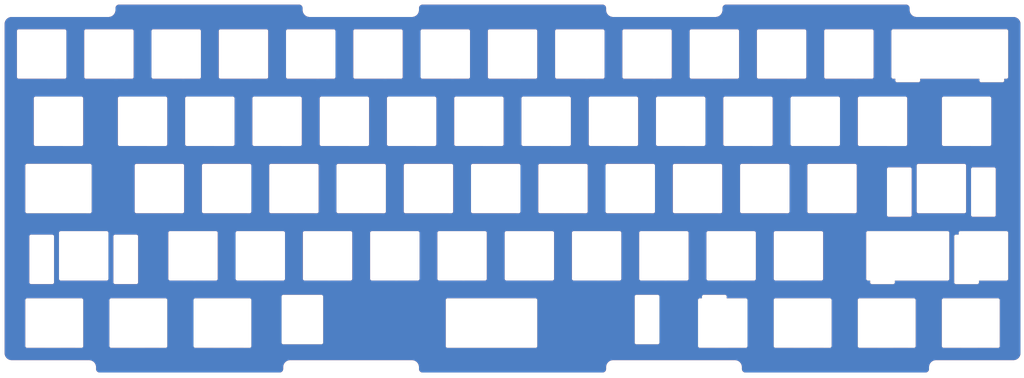
<source format=kicad_pcb>
(kicad_pcb (version 20221018) (generator pcbnew)
  (layers (0 "F.Cu" signal) (31 "B.Cu" signal) (34 "B.Paste" user) (35 "F.Paste" user) (36 "B.SilkS" user "B.Silkscreen") (37 "F.SilkS" user "F.Silkscreen") (38 "B.Mask" user) (39 "F.Mask" user) (44 "Edge.Cuts" user))
  (net 0 "")
  (footprint "acheron_MX_PlateSlots:MX100" (layer "F.Cu") (at 96.85675 45.3)
    (fp_text reference "REF**")
    (fp_text value "MX100")
    (fp_line (start -7 -6.5) (end -7 6.490924) (stroke (width 0.010007)) (layer "Edge.Cuts"))
    (fp_line (start -6.5 -7) (end 6.5 -7) (stroke (width 0.010007)) (layer "Edge.Cuts"))
    (fp_line (start -6.5 6.990924) (end 6.5 7) (stroke (width 0.010007)) (layer "Edge.Cuts"))
    (fp_line (start 7 -6.5) (end 7 6.5) (stroke (width 0.010007)) (layer "Edge.Cuts"))
    (fp_arc (start -7 -6.5) (mid -6.853553 -6.853553) (end -6.5 -7) (stroke (width 0.010007)) (layer "Edge.Cuts"))
    (fp_arc (start -6.5 6.990924) (mid -6.853553 6.844477) (end -7 6.490924) (stroke (width 0.010007)) (layer "Edge.Cuts"))
    (fp_arc (start 6.5 -7) (mid 6.853553 -6.853553) (end 7 -6.5) (stroke (width 0.010007)) (layer "Edge.Cuts"))
    (fp_arc (start 7 6.5) (mid 6.853553 6.853553) (end 6.5 7) (stroke (width 0.010007)) (layer "Edge.Cuts"))
  )
  (footprint "acheron_MX_PlateSlots:MX100" (layer "F.Cu") (at 249.25675 45.3)
    (fp_text reference "REF**")
    (fp_text value "MX100")
    (fp_line (start -7 -6.5) (end -7 6.490924) (stroke (width 0.010007)) (layer "Edge.Cuts"))
    (fp_line (start -6.5 -7) (end 6.5 -7) (stroke (width 0.010007)) (layer "Edge.Cuts"))
    (fp_line (start -6.5 6.990924) (end 6.5 7) (stroke (width 0.010007)) (layer "Edge.Cuts"))
    (fp_line (start 7 -6.5) (end 7 6.5) (stroke (width 0.010007)) (layer "Edge.Cuts"))
    (fp_arc (start -7 -6.5) (mid -6.853553 -6.853553) (end -6.5 -7) (stroke (width 0.010007)) (layer "Edge.Cuts"))
    (fp_arc (start -6.5 6.990924) (mid -6.853553 6.844477) (end -7 6.490924) (stroke (width 0.010007)) (layer "Edge.Cuts"))
    (fp_arc (start 6.5 -7) (mid 6.853553 -6.853553) (end 7 -6.5) (stroke (width 0.010007)) (layer "Edge.Cuts"))
    (fp_arc (start 7 6.5) (mid 6.853553 6.853553) (end 6.5 7) (stroke (width 0.010007)) (layer "Edge.Cuts"))
  )
  (footprint "acheron_MX_PlateSlots:MX100" (layer "F.Cu") (at 101.61925 102.45)
    (fp_text reference "REF**")
    (fp_text value "MX100")
    (fp_line (start -7 -6.5) (end -7 6.490924) (stroke (width 0.010007)) (layer "Edge.Cuts"))
    (fp_line (start -6.5 -7) (end 6.5 -7) (stroke (width 0.010007)) (layer "Edge.Cuts"))
    (fp_line (start -6.5 6.990924) (end 6.5 7) (stroke (width 0.010007)) (layer "Edge.Cuts"))
    (fp_line (start 7 -6.5) (end 7 6.5) (stroke (width 0.010007)) (layer "Edge.Cuts"))
    (fp_arc (start -7 -6.5) (mid -6.853553 -6.853553) (end -6.5 -7) (stroke (width 0.010007)) (layer "Edge.Cuts"))
    (fp_arc (start -6.5 6.990924) (mid -6.853553 6.844477) (end -7 6.490924) (stroke (width 0.010007)) (layer "Edge.Cuts"))
    (fp_arc (start 6.5 -7) (mid 6.853553 -6.853553) (end 7 -6.5) (stroke (width 0.010007)) (layer "Edge.Cuts"))
    (fp_arc (start 7 6.5) (mid 6.853553 6.853553) (end 6.5 7) (stroke (width 0.010007)) (layer "Edge.Cuts"))
  )
  (footprint "acheron_MX_PlateSlots:MX100" (layer "F.Cu") (at 58.75675 45.3)
    (fp_text reference "REF**")
    (fp_text value "MX100")
    (fp_line (start -7 -6.5) (end -7 6.490924) (stroke (width 0.010007)) (layer "Edge.Cuts"))
    (fp_line (start -6.5 -7) (end 6.5 -7) (stroke (width 0.010007)) (layer "Edge.Cuts"))
    (fp_line (start -6.5 6.990924) (end 6.5 7) (stroke (width 0.010007)) (layer "Edge.Cuts"))
    (fp_line (start 7 -6.5) (end 7 6.5) (stroke (width 0.010007)) (layer "Edge.Cuts"))
    (fp_arc (start -7 -6.5) (mid -6.853553 -6.853553) (end -6.5 -7) (stroke (width 0.010007)) (layer "Edge.Cuts"))
    (fp_arc (start -6.5 6.990924) (mid -6.853553 6.844477) (end -7 6.490924) (stroke (width 0.010007)) (layer "Edge.Cuts"))
    (fp_arc (start 6.5 -7) (mid 6.853553 -6.853553) (end 7 -6.5) (stroke (width 0.010007)) (layer "Edge.Cuts"))
    (fp_arc (start 7 6.5) (mid 6.853553 6.853553) (end 6.5 7) (stroke (width 0.010007)) (layer "Edge.Cuts"))
  )
  (footprint "acheron_MX_PlateSlots:MX100" (layer "F.Cu") (at 49.23175 64.35)
    (fp_text reference "REF**")
    (fp_text value "MX100")
    (fp_line (start -7 -6.5) (end -7 6.490924) (stroke (width 0.010007)) (layer "Edge.Cuts"))
    (fp_line (start -6.5 -7) (end 6.5 -7) (stroke (width 0.010007)) (layer "Edge.Cuts"))
    (fp_line (start -6.5 6.990924) (end 6.5 7) (stroke (width 0.010007)) (layer "Edge.Cuts"))
    (fp_line (start 7 -6.5) (end 7 6.5) (stroke (width 0.010007)) (layer "Edge.Cuts"))
    (fp_arc (start -7 -6.5) (mid -6.853553 -6.853553) (end -6.5 -7) (stroke (width 0.010007)) (layer "Edge.Cuts"))
    (fp_arc (start -6.5 6.990924) (mid -6.853553 6.844477) (end -7 6.490924) (stroke (width 0.010007)) (layer "Edge.Cuts"))
    (fp_arc (start 6.5 -7) (mid 6.853553 -6.853553) (end 7 -6.5) (stroke (width 0.010007)) (layer "Edge.Cuts"))
    (fp_arc (start 7 6.5) (mid 6.853553 6.853553) (end 6.5 7) (stroke (width 0.010007)) (layer "Edge.Cuts"))
  )
  (footprint "acheron_MX_PlateSlots:MX100" (layer "F.Cu") (at 106.38175 64.35)
    (fp_text reference "REF**")
    (fp_text value "MX100")
    (fp_line (start -7 -6.5) (end -7 6.490924) (stroke (width 0.010007)) (layer "Edge.Cuts"))
    (fp_line (start -6.5 -7) (end 6.5 -7) (stroke (width 0.010007)) (layer "Edge.Cuts"))
    (fp_line (start -6.5 6.990924) (end 6.5 7) (stroke (width 0.010007)) (layer "Edge.Cuts"))
    (fp_line (start 7 -6.5) (end 7 6.5) (stroke (width 0.010007)) (layer "Edge.Cuts"))
    (fp_arc (start -7 -6.5) (mid -6.853553 -6.853553) (end -6.5 -7) (stroke (width 0.010007)) (layer "Edge.Cuts"))
    (fp_arc (start -6.5 6.990924) (mid -6.853553 6.844477) (end -7 6.490924) (stroke (width 0.010007)) (layer "Edge.Cuts"))
    (fp_arc (start 6.5 -7) (mid 6.853553 -6.853553) (end 7 -6.5) (stroke (width 0.010007)) (layer "Edge.Cuts"))
    (fp_arc (start 7 6.5) (mid 6.853553 6.853553) (end 6.5 7) (stroke (width 0.010007)) (layer "Edge.Cuts"))
  )
  (footprint "acheron_MX_PlateSlots:MX100" (layer "F.Cu") (at 139.71925 102.45)
    (fp_text reference "REF**")
    (fp_text value "MX100")
    (fp_line (start -7 -6.5) (end -7 6.490924) (stroke (width 0.010007)) (layer "Edge.Cuts"))
    (fp_line (start -6.5 -7) (end 6.5 -7) (stroke (width 0.010007)) (layer "Edge.Cuts"))
    (fp_line (start -6.5 6.990924) (end 6.5 7) (stroke (width 0.010007)) (layer "Edge.Cuts"))
    (fp_line (start 7 -6.5) (end 7 6.5) (stroke (width 0.010007)) (layer "Edge.Cuts"))
    (fp_arc (start -7 -6.5) (mid -6.853553 -6.853553) (end -6.5 -7) (stroke (width 0.010007)) (layer "Edge.Cuts"))
    (fp_arc (start -6.5 6.990924) (mid -6.853553 6.844477) (end -7 6.490924) (stroke (width 0.010007)) (layer "Edge.Cuts"))
    (fp_arc (start 6.5 -7) (mid 6.853553 -6.853553) (end 7 -6.5) (stroke (width 0.010007)) (layer "Edge.Cuts"))
    (fp_arc (start 7 6.5) (mid 6.853553 6.853553) (end 6.5 7) (stroke (width 0.010007)) (layer "Edge.Cuts"))
  )
  (footprint "acheron_MX_PlateSlots:MX100" (layer "F.Cu") (at 163.53175 64.35)
    (fp_text reference "REF**")
    (fp_text value "MX100")
    (fp_line (start -7 -6.5) (end -7 6.490924) (stroke (width 0.010007)) (layer "Edge.Cuts"))
    (fp_line (start -6.5 -7) (end 6.5 -7) (stroke (width 0.010007)) (layer "Edge.Cuts"))
    (fp_line (start -6.5 6.990924) (end 6.5 7) (stroke (width 0.010007)) (layer "Edge.Cuts"))
    (fp_line (start 7 -6.5) (end 7 6.5) (stroke (width 0.010007)) (layer "Edge.Cuts"))
    (fp_arc (start -7 -6.5) (mid -6.853553 -6.853553) (end -6.5 -7) (stroke (width 0.010007)) (layer "Edge.Cuts"))
    (fp_arc (start -6.5 6.990924) (mid -6.853553 6.844477) (end -7 6.490924) (stroke (width 0.010007)) (layer "Edge.Cuts"))
    (fp_arc (start 6.5 -7) (mid 6.853553 -6.853553) (end 7 -6.5) (stroke (width 0.010007)) (layer "Edge.Cuts"))
    (fp_arc (start 7 6.5) (mid 6.853553 6.853553) (end 6.5 7) (stroke (width 0.010007)) (layer "Edge.Cuts"))
  )
  (footprint "acheron_MX_PlateSlots:MX100" (layer "F.Cu") (at 92.09425 83.4)
    (fp_text reference "REF**")
    (fp_text value "MX100")
    (fp_line (start -7 -6.5) (end -7 6.490924) (stroke (width 0.010007)) (layer "Edge.Cuts"))
    (fp_line (start -6.5 -7) (end 6.5 -7) (stroke (width 0.010007)) (layer "Edge.Cuts"))
    (fp_line (start -6.5 6.990924) (end 6.5 7) (stroke (width 0.010007)) (layer "Edge.Cuts"))
    (fp_line (start 7 -6.5) (end 7 6.5) (stroke (width 0.010007)) (layer "Edge.Cuts"))
    (fp_arc (start -7 -6.5) (mid -6.853553 -6.853553) (end -6.5 -7) (stroke (width 0.010007)) (layer "Edge.Cuts"))
    (fp_arc (start -6.5 6.990924) (mid -6.853553 6.844477) (end -7 6.490924) (stroke (width 0.010007)) (layer "Edge.Cuts"))
    (fp_arc (start 6.5 -7) (mid 6.853553 -6.853553) (end 7 -6.5) (stroke (width 0.010007)) (layer "Edge.Cuts"))
    (fp_arc (start 7 6.5) (mid 6.853553 6.853553) (end 6.5 7) (stroke (width 0.010007)) (layer "Edge.Cuts"))
  )
  (footprint "acheron_MX_PlateSlots:MX100" (layer "F.Cu") (at 158.76925 102.45)
    (fp_text reference "REF**")
    (fp_text value "MX100")
    (fp_line (start -7 -6.5) (end -7 6.490924) (stroke (width 0.010007)) (layer "Edge.Cuts"))
    (fp_line (start -6.5 -7) (end 6.5 -7) (stroke (width 0.010007)) (layer "Edge.Cuts"))
    (fp_line (start -6.5 6.990924) (end 6.5 7) (stroke (width 0.010007)) (layer "Edge.Cuts"))
    (fp_line (start 7 -6.5) (end 7 6.5) (stroke (width 0.010007)) (layer "Edge.Cuts"))
    (fp_arc (start -7 -6.5) (mid -6.853553 -6.853553) (end -6.5 -7) (stroke (width 0.010007)) (layer "Edge.Cuts"))
    (fp_arc (start -6.5 6.990924) (mid -6.853553 6.844477) (end -7 6.490924) (stroke (width 0.010007)) (layer "Edge.Cuts"))
    (fp_arc (start 6.5 -7) (mid 6.853553 -6.853553) (end 7 -6.5) (stroke (width 0.010007)) (layer "Edge.Cuts"))
    (fp_arc (start 7 6.5) (mid 6.853553 6.853553) (end 6.5 7) (stroke (width 0.010007)) (layer "Edge.Cuts"))
  )
  (footprint "acheron_MX_PlateSlots:MX100" (layer "F.Cu") (at 230.20675 45.3)
    (fp_text reference "REF**")
    (fp_text value "MX100")
    (fp_line (start -7 -6.5) (end -7 6.490924) (stroke (width 0.010007)) (layer "Edge.Cuts"))
    (fp_line (start -6.5 -7) (end 6.5 -7) (stroke (width 0.010007)) (layer "Edge.Cuts"))
    (fp_line (start -6.5 6.990924) (end 6.5 7) (stroke (width 0.010007)) (layer "Edge.Cuts"))
    (fp_line (start 7 -6.5) (end 7 6.5) (stroke (width 0.010007)) (layer "Edge.Cuts"))
    (fp_arc (start -7 -6.5) (mid -6.853553 -6.853553) (end -6.5 -7) (stroke (width 0.010007)) (layer "Edge.Cuts"))
    (fp_arc (start -6.5 6.990924) (mid -6.853553 6.844477) (end -7 6.490924) (stroke (width 0.010007)) (layer "Edge.Cuts"))
    (fp_arc (start 6.5 -7) (mid 6.853553 -6.853553) (end 7 -6.5) (stroke (width 0.010007)) (layer "Edge.Cuts"))
    (fp_arc (start 7 6.5) (mid 6.853553 6.853553) (end 6.5 7) (stroke (width 0.010007)) (layer "Edge.Cuts"))
  )
  (footprint "acheron_MX_PlateSlots:MX100" (layer "F.Cu") (at 234.96925 102.45)
    (fp_text reference "REF**")
    (fp_text value "MX100")
    (fp_line (start -7 -6.5) (end -7 6.490924) (stroke (width 0.010007)) (layer "Edge.Cuts"))
    (fp_line (start -6.5 -7) (end 6.5 -7) (stroke (width 0.010007)) (layer "Edge.Cuts"))
    (fp_line (start -6.5 6.990924) (end 6.5 7) (stroke (width 0.010007)) (layer "Edge.Cuts"))
    (fp_line (start 7 -6.5) (end 7 6.5) (stroke (width 0.010007)) (layer "Edge.Cuts"))
    (fp_arc (start -7 -6.5) (mid -6.853553 -6.853553) (end -6.5 -7) (stroke (width 0.010007)) (layer "Edge.Cuts"))
    (fp_arc (start -6.5 6.990924) (mid -6.853553 6.844477) (end -7 6.490924) (stroke (width 0.010007)) (layer "Edge.Cuts"))
    (fp_arc (start 6.5 -7) (mid 6.853553 -6.853553) (end 7 -6.5) (stroke (width 0.010007)) (layer "Edge.Cuts"))
    (fp_arc (start 7 6.5) (mid 6.853553 6.853553) (end 6.5 7) (stroke (width 0.010007)) (layer "Edge.Cuts"))
  )
  (footprint "acheron_MX_PlateSlots:MX100" (layer "F.Cu") (at 206.39425 83.4)
    (fp_text reference "REF**")
    (fp_text value "MX100")
    (fp_line (start -7 -6.5) (end -7 6.490924) (stroke (width 0.010007)) (layer "Edge.Cuts"))
    (fp_line (start -6.5 -7) (end 6.5 -7) (stroke (width 0.010007)) (layer "Edge.Cuts"))
    (fp_line (start -6.5 6.990924) (end 6.5 7) (stroke (width 0.010007)) (layer "Edge.Cuts"))
    (fp_line (start 7 -6.5) (end 7 6.5) (stroke (width 0.010007)) (layer "Edge.Cuts"))
    (fp_arc (start -7 -6.5) (mid -6.853553 -6.853553) (end -6.5 -7) (stroke (width 0.010007)) (layer "Edge.Cuts"))
    (fp_arc (start -6.5 6.990924) (mid -6.853553 6.844477) (end -7 6.490924) (stroke (width 0.010007)) (layer "Edge.Cuts"))
    (fp_arc (start 6.5 -7) (mid 6.853553 -6.853553) (end 7 -6.5) (stroke (width 0.010007)) (layer "Edge.Cuts"))
    (fp_arc (start 7 6.5) (mid 6.853553 6.853553) (end 6.5 7) (stroke (width 0.010007)) (layer "Edge.Cuts"))
  )
  (footprint "acheron_MX_PlateSlots:MX100" (layer "F.Cu") (at 120.66925 102.45)
    (fp_text reference "REF**")
    (fp_text value "MX100")
    (fp_line (start -7 -6.5) (end -7 6.490924) (stroke (width 0.010007)) (layer "Edge.Cuts"))
    (fp_line (start -6.5 -7) (end 6.5 -7) (stroke (width 0.010007)) (layer "Edge.Cuts"))
    (fp_line (start -6.5 6.990924) (end 6.5 7) (stroke (width 0.010007)) (layer "Edge.Cuts"))
    (fp_line (start 7 -6.5) (end 7 6.5) (stroke (width 0.010007)) (layer "Edge.Cuts"))
    (fp_arc (start -7 -6.5) (mid -6.853553 -6.853553) (end -6.5 -7) (stroke (width 0.010007)) (layer "Edge.Cuts"))
    (fp_arc (start -6.5 6.990924) (mid -6.853553 6.844477) (end -7 6.490924) (stroke (width 0.010007)) (layer "Edge.Cuts"))
    (fp_arc (start 6.5 -7) (mid 6.853553 -6.853553) (end 7 -6.5) (stroke (width 0.010007)) (layer "Edge.Cuts"))
    (fp_arc (start 7 6.5) (mid 6.853553 6.853553) (end 6.5 7) (stroke (width 0.010007)) (layer "Edge.Cuts"))
  )
  (footprint "acheron_MX_PlateSlots:MX150" (layer "F.Cu") (at 25.41925 64.35)
    (fp_text reference "REF**")
    (fp_text value "MX150")
    (fp_line (start -7 -6.5) (end -7 6.490924) (stroke (width 0.010007)) (layer "Edge.Cuts"))
    (fp_line (start -6.5 -7) (end 6.5 -7) (stroke (width 0.010007)) (layer "Edge.Cuts"))
    (fp_line (start -6.5 6.990924) (end 6.5 7) (stroke (width 0.010007)) (layer "Edge.Cuts"))
    (fp_line (start 7 -6.5) (end 7 6.5) (stroke (width 0.010007)) (layer "Edge.Cuts"))
    (fp_arc (start -7 -6.5) (mid -6.853553 -6.853553) (end -6.5 -7) (stroke (width 0.010007)) (layer "Edge.Cuts"))
    (fp_arc (start -6.5 6.990924) (mid -6.853553 6.844477) (end -7 6.490924) (stroke (width 0.010007)) (layer "Edge.Cuts"))
    (fp_arc (start 6.5 -7) (mid 6.853553 -6.853553) (end 7 -6.5) (stroke (width 0.010007)) (layer "Edge.Cuts"))
    (fp_arc (start 7 6.5) (mid 6.853553 6.853553) (end 6.5 7) (stroke (width 0.010007)) (layer "Edge.Cuts"))
  )
  (footprint "acheron_MX_PlateSlots:MX150" (layer "F.Cu") (at 282.59425 64.35)
    (fp_text reference "REF**")
    (fp_text value "MX150")
    (fp_line (start -7 -6.5) (end -7 6.490924) (stroke (width 0.010007)) (layer "Edge.Cuts"))
    (fp_line (start -6.5 -7) (end 6.5 -7) (stroke (width 0.010007)) (layer "Edge.Cuts"))
    (fp_line (start -6.5 6.990924) (end 6.5 7) (stroke (width 0.010007)) (layer "Edge.Cuts"))
    (fp_line (start 7 -6.5) (end 7 6.5) (stroke (width 0.010007)) (layer "Edge.Cuts"))
    (fp_arc (start -7 -6.5) (mid -6.853553 -6.853553) (end -6.5 -7) (stroke (width 0.010007)) (layer "Edge.Cuts"))
    (fp_arc (start -6.5 6.990924) (mid -6.853553 6.844477) (end -7 6.490924) (stroke (width 0.010007)) (layer "Edge.Cuts"))
    (fp_arc (start 6.5 -7) (mid 6.853553 -6.853553) (end 7 -6.5) (stroke (width 0.010007)) (layer "Edge.Cuts"))
    (fp_arc (start 7 6.5) (mid 6.853553 6.853553) (end 6.5 7) (stroke (width 0.010007)) (layer "Edge.Cuts"))
  )
  (footprint "acheron_MX_PlateSlots:MX100" (layer "F.Cu") (at 258.78175 64.35)
    (fp_text reference "REF**")
    (fp_text value "MX100")
    (fp_line (start -7 -6.5) (end -7 6.490924) (stroke (width 0.010007)) (layer "Edge.Cuts"))
    (fp_line (start -6.5 -7) (end 6.5 -7) (stroke (width 0.010007)) (layer "Edge.Cuts"))
    (fp_line (start -6.5 6.990924) (end 6.5 7) (stroke (width 0.010007)) (layer "Edge.Cuts"))
    (fp_line (start 7 -6.5) (end 7 6.5) (stroke (width 0.010007)) (layer "Edge.Cuts"))
    (fp_arc (start -7 -6.5) (mid -6.853553 -6.853553) (end -6.5 -7) (stroke (width 0.010007)) (layer "Edge.Cuts"))
    (fp_arc (start -6.5 6.990924) (mid -6.853553 6.844477) (end -7 6.490924) (stroke (width 0.010007)) (layer "Edge.Cuts"))
    (fp_arc (start 6.5 -7) (mid 6.853553 -6.853553) (end 7 -6.5) (stroke (width 0.010007)) (layer "Edge.Cuts"))
    (fp_arc (start 7 6.5) (mid 6.853553 6.853553) (end 6.5 7) (stroke (width 0.010007)) (layer "Edge.Cuts"))
  )
  (footprint "acheron_MX_PlateSlots:MX100" (layer "F.Cu") (at 177.81925 102.45)
    (fp_text reference "REF**")
    (fp_text value "MX100")
    (fp_line (start -7 -6.5) (end -7 6.490924) (stroke (width 0.010007)) (layer "Edge.Cuts"))
    (fp_line (start -6.5 -7) (end 6.5 -7) (stroke (width 0.010007)) (layer "Edge.Cuts"))
    (fp_line (start -6.5 6.990924) (end 6.5 7) (stroke (width 0.010007)) (layer "Edge.Cuts"))
    (fp_line (start 7 -6.5) (end 7 6.5) (stroke (width 0.010007)) (layer "Edge.Cuts"))
    (fp_arc (start -7 -6.5) (mid -6.853553 -6.853553) (end -6.5 -7) (stroke (width 0.010007)) (layer "Edge.Cuts"))
    (fp_arc (start -6.5 6.990924) (mid -6.853553 6.844477) (end -7 6.490924) (stroke (width 0.010007)) (layer "Edge.Cuts"))
    (fp_arc (start 6.5 -7) (mid 6.853553 -6.853553) (end 7 -6.5) (stroke (width 0.010007)) (layer "Edge.Cuts"))
    (fp_arc (start 7 6.5) (mid 6.853553 6.853553) (end 6.5 7) (stroke (width 0.010007)) (layer "Edge.Cuts"))
  )
  (footprint "acheron_MX_PlateSlots:MX100" (layer "F.Cu") (at 82.56925 102.45)
    (fp_text reference "REF**")
    (fp_text value "MX100")
    (fp_line (start -7 -6.5) (end -7 6.490924) (stroke (width 0.010007)) (layer "Edge.Cuts"))
    (fp_line (start -6.5 -7) (end 6.5 -7) (stroke (width 0.010007)) (layer "Edge.Cuts"))
    (fp_line (start -6.5 6.990924) (end 6.5 7) (stroke (width 0.010007)) (layer "Edge.Cuts"))
    (fp_line (start 7 -6.5) (end 7 6.5) (stroke (width 0.010007)) (layer "Edge.Cuts"))
    (fp_arc (start -7 -6.5) (mid -6.853553 -6.853553) (end -6.5 -7) (stroke (width 0.010007)) (layer "Edge.Cuts"))
    (fp_arc (start -6.5 6.990924) (mid -6.853553 6.844477) (end -7 6.490924) (stroke (width 0.010007)) (layer "Edge.Cuts"))
    (fp_arc (start 6.5 -7) (mid 6.853553 -6.853553) (end 7 -6.5) (stroke (width 0.010007)) (layer "Edge.Cuts"))
    (fp_arc (start 7 6.5) (mid 6.853553 6.853553) (end 6.5 7) (stroke (width 0.010007)) (layer "Edge.Cuts"))
  )
  (footprint "acheron_MX_PlateSlots:MX100" (layer "F.Cu") (at 77.80675 45.3)
    (fp_text reference "REF**")
    (fp_text value "MX100")
    (fp_line (start -7 -6.5) (end -7 6.490924) (stroke (width 0.010007)) (layer "Edge.Cuts"))
    (fp_line (start -6.5 -7) (end 6.5 -7) (stroke (width 0.010007)) (layer "Edge.Cuts"))
    (fp_line (start -6.5 6.990924) (end 6.5 7) (stroke (width 0.010007)) (layer "Edge.Cuts"))
    (fp_line (start 7 -6.5) (end 7 6.5) (stroke (width 0.010007)) (layer "Edge.Cuts"))
    (fp_arc (start -7 -6.5) (mid -6.853553 -6.853553) (end -6.5 -7) (stroke (width 0.010007)) (layer "Edge.Cuts"))
    (fp_arc (start -6.5 6.990924) (mid -6.853553 6.844477) (end -7 6.490924) (stroke (width 0.010007)) (layer "Edge.Cuts"))
    (fp_arc (start 6.5 -7) (mid 6.853553 -6.853553) (end 7 -6.5) (stroke (width 0.010007)) (layer "Edge.Cuts"))
    (fp_arc (start 7 6.5) (mid 6.853553 6.853553) (end 6.5 7) (stroke (width 0.010007)) (layer "Edge.Cuts"))
  )
  (footprint "acheron_MX_PlateSlots:MX100" (layer "F.Cu") (at 196.86925 102.45)
    (fp_text reference "REF**")
    (fp_text value "MX100")
    (fp_line (start -7 -6.5) (end -7 6.490924) (stroke (width 0.010007)) (layer "Edge.Cuts"))
    (fp_line (start -6.5 -7) (end 6.5 -7) (stroke (width 0.010007)) (layer "Edge.Cuts"))
    (fp_line (start -6.5 6.990924) (end 6.5 7) (stroke (width 0.010007)) (layer "Edge.Cuts"))
    (fp_line (start 7 -6.5) (end 7 6.5) (stroke (width 0.010007)) (layer "Edge.Cuts"))
    (fp_arc (start -7 -6.5) (mid -6.853553 -6.853553) (end -6.5 -7) (stroke (width 0.010007)) (layer "Edge.Cuts"))
    (fp_arc (start -6.5 6.990924) (mid -6.853553 6.844477) (end -7 6.490924) (stroke (width 0.010007)) (layer "Edge.Cuts"))
    (fp_arc (start 6.5 -7) (mid 6.853553 -6.853553) (end 7 -6.5) (stroke (width 0.010007)) (layer "Edge.Cuts"))
    (fp_arc (start 7 6.5) (mid 6.853553 6.853553) (end 6.5 7) (stroke (width 0.010007)) (layer "Edge.Cuts"))
  )
  (footprint "acheron_MX_PlateSlots:MX100" (layer "F.Cu") (at 201.63175 64.35)
    (fp_text reference "REF**")
    (fp_text value "MX100")
    (fp_line (start -7 -6.5) (end -7 6.490924) (stroke (width 0.010007)) (layer "Edge.Cuts"))
    (fp_line (start -6.5 -7) (end 6.5 -7) (stroke (width 0.010007)) (layer "Edge.Cuts"))
    (fp_line (start -6.5 6.990924) (end 6.5 7) (stroke (width 0.010007)) (layer "Edge.Cuts"))
    (fp_line (start 7 -6.5) (end 7 6.5) (stroke (width 0.010007)) (layer "Edge.Cuts"))
    (fp_arc (start -7 -6.5) (mid -6.853553 -6.853553) (end -6.5 -7) (stroke (width 0.010007)) (layer "Edge.Cuts"))
    (fp_arc (start -6.5 6.990924) (mid -6.853553 6.844477) (end -7 6.490924) (stroke (width 0.010007)) (layer "Edge.Cuts"))
    (fp_arc (start 6.5 -7) (mid 6.853553 -6.853553) (end 7 -6.5) (stroke (width 0.010007)) (layer "Edge.Cuts"))
    (fp_arc (start 7 6.5) (mid 6.853553 6.853553) (end 6.5 7) (stroke (width 0.010007)) (layer "Edge.Cuts"))
  )
  (footprint "acheron_MX_PlateSlots:MX100" (layer "F.Cu") (at 192.10675 45.3)
    (fp_text reference "REF**")
    (fp_text value "MX100")
    (fp_line (start -7 -6.5) (end -7 6.490924) (stroke (width 0.010007)) (layer "Edge.Cuts"))
    (fp_line (start -6.5 -7) (end 6.5 -7) (stroke (width 0.010007)) (layer "Edge.Cuts"))
    (fp_line (start -6.5 6.990924) (end 6.5 7) (stroke (width 0.010007)) (layer "Edge.Cuts"))
    (fp_line (start 7 -6.5) (end 7 6.5) (stroke (width 0.010007)) (layer "Edge.Cuts"))
    (fp_arc (start -7 -6.5) (mid -6.853553 -6.853553) (end -6.5 -7) (stroke (width 0.010007)) (layer "Edge.Cuts"))
    (fp_arc (start -6.5 6.990924) (mid -6.853553 6.844477) (end -7 6.490924) (stroke (width 0.010007)) (layer "Edge.Cuts"))
    (fp_arc (start 6.5 -7) (mid 6.853553 -6.853553) (end 7 -6.5) (stroke (width 0.010007)) (layer "Edge.Cuts"))
    (fp_arc (start 7 6.5) (mid 6.853553 6.853553) (end 6.5 7) (stroke (width 0.010007)) (layer "Edge.Cuts"))
  )
  (footprint "acheron_MX_PlateSlots:MX100" (layer "F.Cu") (at 182.58175 64.35)
    (fp_text reference "REF**")
    (fp_text value "MX100")
    (fp_line (start -7 -6.5) (end -7 6.490924) (stroke (width 0.010007)) (layer "Edge.Cuts"))
    (fp_line (start -6.5 -7) (end 6.5 -7) (stroke (width 0.010007)) (layer "Edge.Cuts"))
    (fp_line (start -6.5 6.990924) (end 6.5 7) (stroke (width 0.010007)) (layer "Edge.Cuts"))
    (fp_line (start 7 -6.5) (end 7 6.5) (stroke (width 0.010007)) (layer "Edge.Cuts"))
    (fp_arc (start -7 -6.5) (mid -6.853553 -6.853553) (end -6.5 -7) (stroke (width 0.010007)) (layer "Edge.Cuts"))
    (fp_arc (start -6.5 6.990924) (mid -6.853553 6.844477) (end -7 6.490924) (stroke (width 0.010007)) (layer "Edge.Cuts"))
    (fp_arc (start 6.5 -7) (mid 6.853553 -6.853553) (end 7 -6.5) (stroke (width 0.010007)) (layer "Edge.Cuts"))
    (fp_arc (start 7 6.5) (mid 6.853553 6.853553) (end 6.5 7) (stroke (width 0.010007)) (layer "Edge.Cuts"))
  )
  (footprint "acheron_MX_PlateSlots:MX100" (layer "F.Cu") (at 211.15675 45.3)
    (fp_text reference "REF**")
    (fp_text value "MX100")
    (fp_line (start -7 -6.5) (end -7 6.490924) (stroke (width 0.010007)) (layer "Edge.Cuts"))
    (fp_line (start -6.5 -7) (end 6.5 -7) (stroke (width 0.010007)) (layer "Edge.Cuts"))
    (fp_line (start -6.5 6.990924) (end 6.5 7) (stroke (width 0.010007)) (layer "Edge.Cuts"))
    (fp_line (start 7 -6.5) (end 7 6.5) (stroke (width 0.010007)) (layer "Edge.Cuts"))
    (fp_arc (start -7 -6.5) (mid -6.853553 -6.853553) (end -6.5 -7) (stroke (width 0.010007)) (layer "Edge.Cuts"))
    (fp_arc (start -6.5 6.990924) (mid -6.853553 6.844477) (end -7 6.490924) (stroke (width 0.010007)) (layer "Edge.Cuts"))
    (fp_arc (start 6.5 -7) (mid 6.853553 -6.853553) (end 7 -6.5) (stroke (width 0.010007)) (layer "Edge.Cuts"))
    (fp_arc (start 7 6.5) (mid 6.853553 6.853553) (end 6.5 7) (stroke (width 0.010007)) (layer "Edge.Cuts"))
  )
  (footprint "acheron_MX_PlateSlots:MX100" (layer "F.Cu") (at 125.43175 64.35)
    (fp_text reference "REF**")
    (fp_text value "MX100")
    (fp_line (start -7 -6.5) (end -7 6.490924) (stroke (width 0.010007)) (layer "Edge.Cuts"))
    (fp_line (start -6.5 -7) (end 6.5 -7) (stroke (width 0.010007)) (layer "Edge.Cuts"))
    (fp_line (start -6.5 6.990924) (end 6.5 7) (stroke (width 0.010007)) (layer "Edge.Cuts"))
    (fp_line (start 7 -6.5) (end 7 6.5) (stroke (width 0.010007)) (layer "Edge.Cuts"))
    (fp_arc (start -7 -6.5) (mid -6.853553 -6.853553) (end -6.5 -7) (stroke (width 0.010007)) (layer "Edge.Cuts"))
    (fp_arc (start -6.5 6.990924) (mid -6.853553 6.844477) (end -7 6.490924) (stroke (width 0.010007)) (layer "Edge.Cuts"))
    (fp_arc (start 6.5 -7) (mid 6.853553 -6.853553) (end 7 -6.5) (stroke (width 0.010007)) (layer "Edge.Cuts"))
    (fp_arc (start 7 6.5) (mid 6.853553 6.853553) (end 6.5 7) (stroke (width 0.010007)) (layer "Edge.Cuts"))
  )
  (footprint "acheron_MX_PlateSlots:MX100" (layer "F.Cu") (at 63.51925 102.45)
    (fp_text reference "REF**")
    (fp_text value "MX100")
    (fp_line (start -7 -6.5) (end -7 6.490924) (stroke (width 0.010007)) (layer "Edge.Cuts"))
    (fp_line (start -6.5 -7) (end 6.5 -7) (stroke (width 0.010007)) (layer "Edge.Cuts"))
    (fp_line (start -6.5 6.990924) (end 6.5 7) (stroke (width 0.010007)) (layer "Edge.Cuts"))
    (fp_line (start 7 -6.5) (end 7 6.5) (stroke (width 0.010007)) (layer "Edge.Cuts"))
    (fp_arc (start -7 -6.5) (mid -6.853553 -6.853553) (end -6.5 -7) (stroke (width 0.010007)) (layer "Edge.Cuts"))
    (fp_arc (start -6.5 6.990924) (mid -6.853553 6.844477) (end -7 6.490924) (stroke (width 0.010007)) (layer "Edge.Cuts"))
    (fp_arc (start 6.5 -7) (mid 6.853553 -6.853553) (end 7 -6.5) (stroke (width 0.010007)) (layer "Edge.Cuts"))
    (fp_arc (start 7 6.5) (mid 6.853553 6.853553) (end 6.5 7) (stroke (width 0.010007)) (layer "Edge.Cuts"))
  )
  (footprint "acheron_MX_PlateSlots:MX100" (layer "F.Cu") (at 215.91925 102.45)
    (fp_text reference "REF**")
    (fp_text value "MX100")
    (fp_line (start -7 -6.5) (end -7 6.490924) (stroke (width 0.010007)) (layer "Edge.Cuts"))
    (fp_line (start -6.5 -7) (end 6.5 -7) (stroke (width 0.010007)) (layer "Edge.Cuts"))
    (fp_line (start -6.5 6.990924) (end 6.5 7) (stroke (width 0.010007)) (layer "Edge.Cuts"))
    (fp_line (start 7 -6.5) (end 7 6.5) (stroke (width 0.010007)) (layer "Edge.Cuts"))
    (fp_arc (start -7 -6.5) (mid -6.853553 -6.853553) (end -6.5 -7) (stroke (width 0.010007)) (layer "Edge.Cuts"))
    (fp_arc (start -6.5 6.990924) (mid -6.853553 6.844477) (end -7 6.490924) (stroke (width 0.010007)) (layer "Edge.Cuts"))
    (fp_arc (start 6.5 -7) (mid 6.853553 -6.853553) (end 7 -6.5) (stroke (width 0.010007)) (layer "Edge.Cuts"))
    (fp_arc (start 7 6.5) (mid 6.853553 6.853553) (end 6.5 7) (stroke (width 0.010007)) (layer "Edge.Cuts"))
  )
  (footprint "acheron_MX_PlateSlots:MX100" (layer "F.Cu") (at 39.70675 45.3)
    (fp_text reference "REF**")
    (fp_text value "MX100")
    (fp_line (start -7 -6.5) (end -7 6.490924) (stroke (width 0.010007)) (layer "Edge.Cuts"))
    (fp_line (start -6.5 -7) (end 6.5 -7) (stroke (width 0.010007)) (layer "Edge.Cuts"))
    (fp_line (start -6.5 6.990924) (end 6.5 7) (stroke (width 0.010007)) (layer "Edge.Cuts"))
    (fp_line (start 7 -6.5) (end 7 6.5) (stroke (width 0.010007)) (layer "Edge.Cuts"))
    (fp_arc (start -7 -6.5) (mid -6.853553 -6.853553) (end -6.5 -7) (stroke (width 0.010007)) (layer "Edge.Cuts"))
    (fp_arc (start -6.5 6.990924) (mid -6.853553 6.844477) (end -7 6.490924) (stroke (width 0.010007)) (layer "Edge.Cuts"))
    (fp_arc (start 6.5 -7) (mid 6.853553 -6.853553) (end 7 -6.5) (stroke (width 0.010007)) (layer "Edge.Cuts"))
    (fp_arc (start 7 6.5) (mid 6.853553 6.853553) (end 6.5 7) (stroke (width 0.010007)) (layer "Edge.Cuts"))
  )
  (footprint "acheron_MX_PlateSlots:MX225" (layer "F.Cu") (at 275.4505 83.4)
    (fp_text reference "REF**")
    (fp_text value "MX225")
    (fp_line (start -15.40625 -5.499992) (end -15.40625 7.500008) (stroke (width 0.010007)) (layer "Edge.Cuts"))
    (fp_line (start -14.90625 -6) (end -8.90625 -5.999992) (stroke (width 0.010007)) (layer "Edge.Cuts"))
    (fp_line (start -14.90625 8.000008) (end -8.90625 8.000008) (stroke (width 0.010007)) (layer "Edge.Cuts"))
    (fp_line (start -8.40625 -5.499992) (end -8.40625 7.5) (stroke (width 0.010007)) (layer "Edge.Cuts"))
    (fp_line (start -7 -6.5) (end -7 6.5) (stroke (width 0.010007)) (layer "Edge.Cuts"))
    (fp_line (start -6.5 -7) (end 6.5 -7) (stroke (width 0.010007)) (layer "Edge.Cuts"))
    (fp_line (start -6.5 7) (end 6.5 7) (stroke (width 0.010007)) (layer "Edge.Cuts"))
    (fp_line (start 6.999672 -6.499992) (end 6.999672 6.500007) (stroke (width 0.010007)) (layer "Edge.Cuts"))
    (fp_line (start 8.40625 -5.499992) (end 8.40625 7.5) (stroke (width 0.010007)) (layer "Edge.Cuts"))
    (fp_line (start 8.90625 -5.999992) (end 14.90625 -5.999992) (stroke (width 0.010007)) (layer "Edge.Cuts"))
    (fp_line (start 8.90625 8.000008) (end 14.90625 8.000008) (stroke (width 0.010007)) (layer "Edge.Cuts"))
    (fp_line (start 15.40625 -5.499992) (end 15.40625 7.500008) (stroke (width 0.010007)) (layer "Edge.Cuts"))
    (fp_arc (start -15.40625 -5.5) (mid -15.259803 -5.853553) (end -14.90625 -6) (stroke (width 0.010007)) (layer "Edge.Cuts"))
    (fp_arc (start -14.90625 8.000008) (mid -15.259803 7.853561) (end -15.40625 7.500008) (stroke (width 0.010007)) (layer "Edge.Cuts"))
    (fp_arc (start -8.90625 -6) (mid -8.552697 -5.853553) (end -8.40625 -5.5) (stroke (width 0.010007)) (layer "Edge.Cuts"))
    (fp_arc (start -8.40625 7.500008) (mid -8.552697 7.853561) (end -8.90625 8.000008) (stroke (width 0.010007)) (layer "Edge.Cuts"))
    (fp_arc (start -7 -6.5) (mid -6.853553 -6.853553) (end -6.5 -7) (stroke (width 0.010007)) (layer "Edge.Cuts"))
    (fp_arc (start -6.5 7) (mid -6.853553 6.853553) (end -7 6.5) (stroke (width 0.010007)) (layer "Edge.Cuts"))
    (fp_arc (start 6.5 -7) (mid 6.853553 -6.853553) (end 7 -6.5) (stroke (width 0.010007)) (layer "Edge.Cuts"))
    (fp_arc (start 6.999672 6.500007) (mid 6.853225 6.85356) (end 6.499672 7.000007) (stroke (width 0.010007)) (layer "Edge.Cuts"))
    (fp_arc (start 8.40625 -5.5) (mid 8.552697 -5.853553) (end 8.90625 -6) (stroke (width 0.010007)) (layer "Edge.Cuts"))
    (fp_arc (start 8.90625 8.000008) (mid 8.552697 7.853561) (end 8.40625 7.500008) (stroke (width 0.010007)) (layer "Edge.Cuts"))
    (fp_arc (start 14.90625 -6) (mid 15.259803 -5.853553) (end 15.40625 -5.5) (stroke (width 0.010007)) (layer "Edge.Cuts"))
    (fp_arc (start 15.40625 7.500008) (mid 15.259803 7.853561) (end 14.90625 8.000008) (stroke (width 0.010007)) (layer "Edge.Cuts"))
  )
  (footprint "acheron_MX_PlateSlots:MX100" (layer "F.Cu") (at 154.00675 45.3)
    (fp_text reference "REF**")
    (fp_text value "MX100")
    (fp_line (start -7 -6.5) (end -7 6.490924) (stroke (width 0.010007)) (layer "Edge.Cuts"))
    (fp_line (start -6.5 -7) (end 6.5 -7) (stroke (width 0.010007)) (layer "Edge.Cuts"))
    (fp_line (start -6.5 6.990924) (end 6.5 7) (stroke (width 0.010007)) (layer "Edge.Cuts"))
    (fp_line (start 7 -6.5) (end 7 6.5) (stroke (width 0.010007)) (layer "Edge.Cuts"))
    (fp_arc (start -7 -6.5) (mid -6.853553 -6.853553) (end -6.5 -7) (stroke (width 0.010007)) (layer "Edge.Cuts"))
    (fp_arc (start -6.5 6.990924) (mid -6.853553 6.844477) (end -7 6.490924) (stroke (width 0.010007)) (layer "Edge.Cuts"))
    (fp_arc (start 6.5 -7) (mid 6.853553 -6.853553) (end 7 -6.5) (stroke (width 0.010007)) (layer "Edge.Cuts"))
    (fp_arc (start 7 6.5) (mid 6.853553 6.853553) (end 6.5 7) (stroke (width 0.010007)) (layer "Edge.Cuts"))
  )
  (footprint "acheron_MX_PlateSlots:MX100" (layer "F.Cu") (at 144.48175 64.35)
    (fp_text reference "REF**")
    (fp_text value "MX100")
    (fp_line (start -7 -6.5) (end -7 6.490924) (stroke (width 0.010007)) (layer "Edge.Cuts"))
    (fp_line (start -6.5 -7) (end 6.5 -7) (stroke (width 0.010007)) (layer "Edge.Cuts"))
    (fp_line (start -6.5 6.990924) (end 6.5 7) (stroke (width 0.010007)) (layer "Edge.Cuts"))
    (fp_line (start 7 -6.5) (end 7 6.5) (stroke (width 0.010007)) (layer "Edge.Cuts"))
    (fp_arc (start -7 -6.5) (mid -6.853553 -6.853553) (end -6.5 -7) (stroke (width 0.010007)) (layer "Edge.Cuts"))
    (fp_arc (start -6.5 6.990924) (mid -6.853553 6.844477) (end -7 6.490924) (stroke (width 0.010007)) (layer "Edge.Cuts"))
    (fp_arc (start 6.5 -7) (mid 6.853553 -6.853553) (end 7 -6.5) (stroke (width 0.010007)) (layer "Edge.Cuts"))
    (fp_arc (start 7 6.5) (mid 6.853553 6.853553) (end 6.5 7) (stroke (width 0.010007)) (layer "Edge.Cuts"))
  )
  (footprint "acheron_MX_PlateSlots:MX100" (layer "F.Cu") (at 53.99425 83.4)
    (fp_text reference "REF**")
    (fp_text value "MX100")
    (fp_line (start -7 -6.5) (end -7 6.490924) (stroke (width 0.010007)) (layer "Edge.Cuts"))
    (fp_line (start -6.5 -7) (end 6.5 -7) (stroke (width 0.010007)) (layer "Edge.Cuts"))
    (fp_line (start -6.5 6.990924) (end 6.5 7) (stroke (width 0.010007)) (layer "Edge.Cuts"))
    (fp_line (start 7 -6.5) (end 7 6.5) (stroke (width 0.010007)) (layer "Edge.Cuts"))
    (fp_arc (start -7 -6.5) (mid -6.853553 -6.853553) (end -6.5 -7) (stroke (width 0.010007)) (layer "Edge.Cuts"))
    (fp_arc (start -6.5 6.990924) (mid -6.853553 6.844477) (end -7 6.490924) (stroke (width 0.010007)) (layer "Edge.Cuts"))
    (fp_arc (start 6.5 -7) (mid 6.853553 -6.853553) (end 7 -6.5) (stroke (width 0.010007)) (layer "Edge.Cuts"))
    (fp_arc (start 7 6.5) (mid 6.853553 6.853553) (end 6.5 7) (stroke (width 0.010007)) (layer "Edge.Cuts"))
  )
  (footprint "acheron_MX_PlateSlots:MX225" (layer "F.Cu") (at 32.563 102.45)
    (fp_text reference "REF**")
    (fp_text value "MX225")
    (fp_line (start -15.40625 -5.499992) (end -15.40625 7.500008) (stroke (width 0.010007)) (layer "Edge.Cuts"))
    (fp_line (start -14.90625 -6) (end -8.90625 -5.999992) (stroke (width 0.010007)) (layer "Edge.Cuts"))
    (fp_line (start -14.90625 8.000008) (end -8.90625 8.000008) (stroke (width 0.010007)) (layer "Edge.Cuts"))
    (fp_line (start -8.40625 -5.499992) (end -8.40625 7.5) (stroke (width 0.010007)) (layer "Edge.Cuts"))
    (fp_line (start -7 -6.5) (end -7 6.5) (stroke (width 0.010007)) (layer "Edge.Cuts"))
    (fp_line (start -6.5 -7) (end 6.5 -7) (stroke (width 0.010007)) (layer "Edge.Cuts"))
    (fp_line (start -6.5 7) (end 6.5 7) (stroke (width 0.010007)) (layer "Edge.Cuts"))
    (fp_line (start 6.999672 -6.499992) (end 6.999672 6.500007) (stroke (width 0.010007)) (layer "Edge.Cuts"))
    (fp_line (start 8.40625 -5.499992) (end 8.40625 7.5) (stroke (width 0.010007)) (layer "Edge.Cuts"))
    (fp_line (start 8.90625 -5.999992) (end 14.90625 -5.999992) (stroke (width 0.010007)) (layer "Edge.Cuts"))
    (fp_line (start 8.90625 8.000008) (end 14.90625 8.000008) (stroke (width 0.010007)) (layer "Edge.Cuts"))
    (fp_line (start 15.40625 -5.499992) (end 15.40625 7.500008) (stroke (width 0.010007)) (layer "Edge.Cuts"))
    (fp_arc (start -15.40625 -5.5) (mid -15.259803 -5.853553) (end -14.90625 -6) (stroke (width 0.010007)) (layer "Edge.Cuts"))
    (fp_arc (start -14.90625 8.000008) (mid -15.259803 7.853561) (end -15.40625 7.500008) (stroke (width 0.010007)) (layer "Edge.Cuts"))
    (fp_arc (start -8.90625 -6) (mid -8.552697 -5.853553) (end -8.40625 -5.5) (stroke (width 0.010007)) (layer "Edge.Cuts"))
    (fp_arc (start -8.40625 7.500008) (mid -8.552697 7.853561) (end -8.90625 8.000008) (stroke (width 0.010007)) (layer "Edge.Cuts"))
    (fp_arc (start -7 -6.5) (mid -6.853553 -6.853553) (end -6.5 -7) (stroke (width 0.010007)) (layer "Edge.Cuts"))
    (fp_arc (start -6.5 7) (mid -6.853553 6.853553) (end -7 6.5) (stroke (width 0.010007)) (layer "Edge.Cuts"))
    (fp_arc (start 6.5 -7) (mid 6.853553 -6.853553) (end 7 -6.5) (stroke (width 0.010007)) (layer "Edge.Cuts"))
    (fp_arc (start 6.999672 6.500007) (mid 6.853225 6.85356) (end 6.499672 7.000007) (stroke (width 0.010007)) (layer "Edge.Cuts"))
    (fp_arc (start 8.40625 -5.5) (mid 8.552697 -5.853553) (end 8.90625 -6) (stroke (width 0.010007)) (layer "Edge.Cuts"))
    (fp_arc (start 8.90625 8.000008) (mid 8.552697 7.853561) (end 8.40625 7.500008) (stroke (width 0.010007)) (layer "Edge.Cuts"))
    (fp_arc (start 14.90625 -6) (mid 15.259803 -5.853553) (end 15.40625 -5.5) (stroke (width 0.010007)) (layer "Edge.Cuts"))
    (fp_arc (start 15.40625 7.500008) (mid 15.259803 7.853561) (end 14.90625 8.000008) (stroke (width 0.010007)) (layer "Edge.Cuts"))
  )
  (footprint "acheron_MX_PlateSlots:MX100" (layer "F.Cu") (at 68.28175 64.35)
    (fp_text reference "REF**")
    (fp_text value "MX100")
    (fp_line (start -7 -6.5) (end -7 6.490924) (stroke (width 0.010007)) (layer "Edge.Cuts"))
    (fp_line (start -6.5 -7) (end 6.5 -7) (stroke (width 0.010007)) (layer "Edge.Cuts"))
    (fp_line (start -6.5 6.990924) (end 6.5 7) (stroke (width 0.010007)) (layer "Edge.Cuts"))
    (fp_line (start 7 -6.5) (end 7 6.5) (stroke (width 0.010007)) (layer "Edge.Cuts"))
    (fp_arc (start -7 -6.5) (mid -6.853553 -6.853553) (end -6.5 -7) (stroke (width 0.010007)) (layer "Edge.Cuts"))
    (fp_arc (start -6.5 6.990924) (mid -6.853553 6.844477) (end -7 6.490924) (stroke (width 0.010007)) (layer "Edge.Cuts"))
    (fp_arc (start 6.5 -7) (mid 6.853553 -6.853553) (end 7 -6.5) (stroke (width 0.010007)) (layer "Edge.Cuts"))
    (fp_arc (start 7 6.5) (mid 6.853553 6.853553) (end 6.5 7) (stroke (width 0.010007)) (layer "Edge.Cuts"))
  )
  (footprint "acheron_MX_PlateSlots:MX100" (layer "F.Cu") (at 73.04425 83.4)
    (fp_text reference "REF**")
    (fp_text value "MX100")
    (fp_line (start -7 -6.5) (end -7 6.490924) (stroke (width 0.010007)) (layer "Edge.Cuts"))
    (fp_line (start -6.5 -7) (end 6.5 -7) (stroke (width 0.010007)) (layer "Edge.Cuts"))
    (fp_line (start -6.5 6.990924) (end 6.5 7) (stroke (width 0.010007)) (layer "Edge.Cuts"))
    (fp_line (start 7 -6.5) (end 7 6.5) (stroke (width 0.010007)) (layer "Edge.Cuts"))
    (fp_arc (start -7 -6.5) (mid -6.853553 -6.853553) (end -6.5 -7) (stroke (width 0.010007)) (layer "Edge.Cuts"))
    (fp_arc (start -6.5 6.990924) (mid -6.853553 6.844477) (end -7 6.490924) (stroke (width 0.010007)) (layer "Edge.Cuts"))
    (fp_arc (start 6.5 -7) (mid 6.853553 -6.853553) (end 7 -6.5) (stroke (width 0.010007)) (layer "Edge.Cuts"))
    (fp_arc (start 7 6.5) (mid 6.853553 6.853553) (end 6.5 7) (stroke (width 0.010007)) (layer "Edge.Cuts"))
  )
  (footprint "acheron_MX_PlateSlots:MX100" (layer "F.Cu") (at 220.68175 64.35)
    (fp_text reference "REF**")
    (fp_text value "MX100")
    (fp_line (start -7 -6.5) (end -7 6.490924) (stroke (width 0.010007)) (layer "Edge.Cuts"))
    (fp_line (start -6.5 -7) (end 6.5 -7) (stroke (width 0.010007)) (layer "Edge.Cuts"))
    (fp_line (start -6.5 6.990924) (end 6.5 7) (stroke (width 0.010007)) (layer "Edge.Cuts"))
    (fp_line (start 7 -6.5) (end 7 6.5) (stroke (width 0.010007)) (layer "Edge.Cuts"))
    (fp_arc (start -7 -6.5) (mid -6.853553 -6.853553) (end -6.5 -7) (stroke (width 0.010007)) (layer "Edge.Cuts"))
    (fp_arc (start -6.5 6.990924) (mid -6.853553 6.844477) (end -7 6.490924) (stroke (width 0.010007)) (layer "Edge.Cuts"))
    (fp_arc (start 6.5 -7) (mid 6.853553 -6.853553) (end 7 -6.5) (stroke (width 0.010007)) (layer "Edge.Cuts"))
    (fp_arc (start 7 6.5) (mid 6.853553 6.853553) (end 6.5 7) (stroke (width 0.010007)) (layer "Edge.Cuts"))
  )
  (footprint "acheron_MX_PlateSlots:MX100" (layer "F.Cu") (at 87.33175 64.35)
    (fp_text reference "REF**")
    (fp_text value "MX100")
    (fp_line (start -7 -6.5) (end -7 6.490924) (stroke (width 0.010007)) (layer "Edge.Cuts"))
    (fp_line (start -6.5 -7) (end 6.5 -7) (stroke (width 0.010007)) (layer "Edge.Cuts"))
    (fp_line (start -6.5 6.990924) (end 6.5 7) (stroke (width 0.010007)) (layer "Edge.Cuts"))
    (fp_line (start 7 -6.5) (end 7 6.5) (stroke (width 0.010007)) (layer "Edge.Cuts"))
    (fp_arc (start -7 -6.5) (mid -6.853553 -6.853553) (end -6.5 -7) (stroke (width 0.010007)) (layer "Edge.Cuts"))
    (fp_arc (start -6.5 6.990924) (mid -6.853553 6.844477) (end -7 6.490924) (stroke (width 0.010007)) (layer "Edge.Cuts"))
    (fp_arc (start 6.5 -7) (mid 6.853553 -6.853553) (end 7 -6.5) (stroke (width 0.010007)) (layer "Edge.Cuts"))
    (fp_arc (start 7 6.5) (mid 6.853553 6.853553) (end 6.5 7) (stroke (width 0.010007)) (layer "Edge.Cuts"))
  )
  (footprint "acheron_MX_PlateSlots:MX100" (layer "F.Cu") (at 244.49425 83.4)
    (fp_text reference "REF**")
    (fp_text value "MX100")
    (fp_line (start -7 -6.5) (end -7 6.490924) (stroke (width 0.010007)) (layer "Edge.Cuts"))
    (fp_line (start -6.5 -7) (end 6.5 -7) (stroke (width 0.010007)) (layer "Edge.Cuts"))
    (fp_line (start -6.5 6.990924) (end 6.5 7) (stroke (width 0.010007)) (layer "Edge.Cuts"))
    (fp_line (start 7 -6.5) (end 7 6.5) (stroke (width 0.010007)) (layer "Edge.Cuts"))
    (fp_arc (start -7 -6.5) (mid -6.853553 -6.853553) (end -6.5 -7) (stroke (width 0.010007)) (layer "Edge.Cuts"))
    (fp_arc (start -6.5 6.990924) (mid -6.853553 6.844477) (end -7 6.490924) (stroke (width 0.010007)) (layer "Edge.Cuts"))
    (fp_arc (start 6.5 -7) (mid 6.853553 -6.853553) (end 7 -6.5) (stroke (width 0.010007)) (layer "Edge.Cuts"))
    (fp_arc (start 7 6.5) (mid 6.853553 6.853553) (end 6.5 7) (stroke (width 0.010007)) (layer "Edge.Cuts"))
  )
  (footprint "acheron_MX_PlateSlots:MX100" (layer "F.Cu") (at 134.95675 45.3)
    (fp_text reference "REF**")
    (fp_text value "MX100")
    (fp_line (start -7 -6.5) (end -7 6.490924) (stroke (width 0.010007)) (layer "Edge.Cuts"))
    (fp_line (start -6.5 -7) (end 6.5 -7) (stroke (width 0.010007)) (layer "Edge.Cuts"))
    (fp_line (start -6.5 6.990924) (end 6.5 7) (stroke (width 0.010007)) (layer "Edge.Cuts"))
    (fp_line (start 7 -6.5) (end 7 6.5) (stroke (width 0.010007)) (layer "Edge.Cuts"))
    (fp_arc (start -7 -6.5) (mid -6.853553 -6.853553) (end -6.5 -7) (stroke (width 0.010007)) (layer "Edge.Cuts"))
    (fp_arc (start -6.5 6.990924) (mid -6.853553 6.844477) (end -7 6.490924) (stroke (width 0.010007)) (layer "Edge.Cuts"))
    (fp_arc (start 6.5 -7) (mid 6.853553 -6.853553) (end 7 -6.5) (stroke (width 0.010007)) (layer "Edge.Cuts"))
    (fp_arc (start 7 6.5) (mid 6.853553 6.853553) (end 6.5 7) (stroke (width 0.010007)) (layer "Edge.Cuts"))
  )
  (footprint "acheron_MX_PlateSlots:MX100" (layer "F.Cu") (at 168.29425 83.4)
    (fp_text reference "REF**")
    (fp_text value "MX100")
    (fp_line (start -7 -6.5) (end -7 6.490924) (stroke (width 0.010007)) (layer "Edge.Cuts"))
    (fp_line (start -6.5 -7) (end 6.5 -7) (stroke (width 0.010007)) (layer "Edge.Cuts"))
    (fp_line (start -6.5 6.990924) (end 6.5 7) (stroke (width 0.010007)) (layer "Edge.Cuts"))
    (fp_line (start 7 -6.5) (end 7 6.5) (stroke (width 0.010007)) (layer "Edge.Cuts"))
    (fp_arc (start -7 -6.5) (mid -6.853553 -6.853553) (end -6.5 -7) (stroke (width 0.010007)) (layer "Edge.Cuts"))
    (fp_arc (start -6.5 6.990924) (mid -6.853553 6.844477) (end -7 6.490924) (stroke (width 0.010007)) (layer "Edge.Cuts"))
    (fp_arc (start 6.5 -7) (mid 6.853553 -6.853553) (end 7 -6.5) (stroke (width 0.010007)) (layer "Edge.Cuts"))
    (fp_arc (start 7 6.5) (mid 6.853553 6.853553) (end 6.5 7) (stroke (width 0.010007)) (layer "Edge.Cuts"))
  )
  (footprint "acheron_MX_PlateSlots:MX100" (layer "F.Cu") (at 149.24425 83.4)
    (fp_text reference "REF**")
    (fp_text value "MX100")
    (fp_line (start -7 -6.5) (end -7 6.490924) (stroke (width 0.010007)) (layer "Edge.Cuts"))
    (fp_line (start -6.5 -7) (end 6.5 -7) (stroke (width 0.010007)) (layer "Edge.Cuts"))
    (fp_line (start -6.5 6.990924) (end 6.5 7) (stroke (width 0.010007)) (layer "Edge.Cuts"))
    (fp_line (start 7 -6.5) (end 7 6.5) (stroke (width 0.010007)) (layer "Edge.Cuts"))
    (fp_arc (start -7 -6.5) (mid -6.853553 -6.853553) (end -6.5 -7) (stroke (width 0.010007)) (layer "Edge.Cuts"))
    (fp_arc (start -6.5 6.990924) (mid -6.853553 6.844477) (end -7 6.490924) (stroke (width 0.010007)) (layer "Edge.Cuts"))
    (fp_arc (start 6.5 -7) (mid 6.853553 -6.853553) (end 7 -6.5) (stroke (width 0.010007)) (layer "Edge.Cuts"))
    (fp_arc (start 7 6.5) (mid 6.853553 6.853553) (end 6.5 7) (stroke (width 0.010007)) (layer "Edge.Cuts"))
  )
  (footprint "acheron_MX_PlateSlots:MX100" (layer "F.Cu") (at 173.05675 45.3)
    (fp_text reference "REF**")
    (fp_text value "MX100")
    (fp_line (start -7 -6.5) (end -7 6.490924) (stroke (width 0.010007)) (layer "Edge.Cuts"))
    (fp_line (start -6.5 -7) (end 6.5 -7) (stroke (width 0.010007)) (layer "Edge.Cuts"))
    (fp_line (start -6.5 6.990924) (end 6.5 7) (stroke (width 0.010007)) (layer "Edge.Cuts"))
    (fp_line (start 7 -6.5) (end 7 6.5) (stroke (width 0.010007)) (layer "Edge.Cuts"))
    (fp_arc (start -7 -6.5) (mid -6.853553 -6.853553) (end -6.5 -7) (stroke (width 0.010007)) (layer "Edge.Cuts"))
    (fp_arc (start -6.5 6.990924) (mid -6.853553 6.844477) (end -7 6.490924) (stroke (width 0.010007)) (layer "Edge.Cuts"))
    (fp_arc (start 6.5 -7) (mid 6.853553 -6.853553) (end 7 -6.5) (stroke (width 0.010007)) (layer "Edge.Cuts"))
    (fp_arc (start 7 6.5) (mid 6.853553 6.853553) (end 6.5 7) (stroke (width 0.010007)) (layer "Edge.Cuts"))
  )
  (footprint "acheron_MX_PlateSlots:MX100" (layer "F.Cu") (at 187.34425 83.4)
    (fp_text reference "REF**")
    (fp_text value "MX100")
    (fp_line (start -7 -6.5) (end -7 6.490924) (stroke (width 0.010007)) (layer "Edge.Cuts"))
    (fp_line (start -6.5 -7) (end 6.5 -7) (stroke (width 0.010007)) (layer "Edge.Cuts"))
    (fp_line (start -6.5 6.990924) (end 6.5 7) (stroke (width 0.010007)) (layer "Edge.Cuts"))
    (fp_line (start 7 -6.5) (end 7 6.5) (stroke (width 0.010007)) (layer "Edge.Cuts"))
    (fp_arc (start -7 -6.5) (mid -6.853553 -6.853553) (end -6.5 -7) (stroke (width 0.010007)) (layer "Edge.Cuts"))
    (fp_arc (start -6.5 6.990924) (mid -6.853553 6.844477) (end -7 6.490924) (stroke (width 0.010007)) (layer "Edge.Cuts"))
    (fp_arc (start 6.5 -7) (mid 6.853553 -6.853553) (end 7 -6.5) (stroke (width 0.010007)) (layer "Edge.Cuts"))
    (fp_arc (start 7 6.5) (mid 6.853553 6.853553) (end 6.5 7) (stroke (width 0.010007)) (layer "Edge.Cuts"))
  )
  (footprint "acheron_MX_PlateSlots:MX100" (layer "F.Cu") (at 225.44425 83.4)
    (fp_text reference "REF**")
    (fp_text value "MX100")
    (fp_line (start -7 -6.5) (end -7 6.490924) (stroke (width 0.010007)) (layer "Edge.Cuts"))
    (fp_line (start -6.5 -7) (end 6.5 -7) (stroke (width 0.010007)) (layer "Edge.Cuts"))
    (fp_line (start -6.5 6.990924) (end 6.5 7) (stroke (width 0.010007)) (layer "Edge.Cuts"))
    (fp_line (start 7 -6.5) (end 7 6.5) (stroke (width 0.010007)) (layer "Edge.Cuts"))
    (fp_arc (start -7 -6.5) (mid -6.853553 -6.853553) (end -6.5 -7) (stroke (width 0.010007)) (layer "Edge.Cuts"))
    (fp_arc (start -6.5 6.990924) (mid -6.853553 6.844477) (end -7 6.490924) (stroke (width 0.010007)) (layer "Edge.Cuts"))
    (fp_arc (start 6.5 -7) (mid 6.853553 -6.853553) (end 7 -6.5) (stroke (width 0.010007)) (layer "Edge.Cuts"))
    (fp_arc (start 7 6.5) (mid 6.853553 6.853553) (end 6.5 7) (stroke (width 0.010007)) (layer "Edge.Cuts"))
  )
  (footprint "acheron_MX_PlateSlots:MX100" (layer "F.Cu") (at 115.90675 45.3)
    (fp_text reference "REF**")
    (fp_text value "MX100")
    (fp_line (start -7 -6.5) (end -7 6.490924) (stroke (width 0.010007)) (layer "Edge.Cuts"))
    (fp_line (start -6.5 -7) (end 6.5 -7) (stroke (width 0.010007)) (layer "Edge.Cuts"))
    (fp_line (start -6.5 6.990924) (end 6.5 7) (stroke (width 0.010007)) (layer "Edge.Cuts"))
    (fp_line (start 7 -6.5) (end 7 6.5) (stroke (width 0.010007)) (layer "Edge.Cuts"))
    (fp_arc (start -7 -6.5) (mid -6.853553 -6.853553) (end -6.5 -7) (stroke (width 0.010007)) (layer "Edge.Cuts"))
    (fp_arc (start -6.5 6.990924) (mid -6.853553 6.844477) (end -7 6.490924) (stroke (width 0.010007)) (layer "Edge.Cuts"))
    (fp_arc (start 6.5 -7) (mid 6.853553 -6.853553) (end 7 -6.5) (stroke (width 0.010007)) (layer "Edge.Cuts"))
    (fp_arc (start 7 6.5) (mid 6.853553 6.853553) (end 6.5 7) (stroke (width 0.010007)) (layer "Edge.Cuts"))
  )
  (footprint "acheron_MX_PlateSlots:MX100" (layer "F.Cu") (at 239.73175 64.35)
    (fp_text reference "REF**")
    (fp_text value "MX100")
    (fp_line (start -7 -6.5) (end -7 6.490924) (stroke (width 0.010007)) (layer "Edge.Cuts"))
    (fp_line (start -6.5 -7) (end 6.5 -7) (stroke (width 0.010007)) (layer "Edge.Cuts"))
    (fp_line (start -6.5 6.990924) (end 6.5 7) (stroke (width 0.010007)) (layer "Edge.Cuts"))
    (fp_line (start 7 -6.5) (end 7 6.5) (stroke (width 0.010007)) (layer "Edge.Cuts"))
    (fp_arc (start -7 -6.5) (mid -6.853553 -6.853553) (end -6.5 -7) (stroke (width 0.010007)) (layer "Edge.Cuts"))
    (fp_arc (start -6.5 6.990924) (mid -6.853553 6.844477) (end -7 6.490924) (stroke (width 0.010007)) (layer "Edge.Cuts"))
    (fp_arc (start 6.5 -7) (mid 6.853553 -6.853553) (end 7 -6.5) (stroke (width 0.010007)) (layer "Edge.Cuts"))
    (fp_arc (start 7 6.5) (mid 6.853553 6.853553) (end 6.5 7) (stroke (width 0.010007)) (layer "Edge.Cuts"))
  )
  (footprint "acheron_MX_PlateSlots:MX100" (layer "F.Cu") (at 130.19425 83.4)
    (fp_text reference "REF**")
    (fp_text value "MX100")
    (fp_line (start -7 -6.5) (end -7 6.490924) (stroke (width 0.010007)) (layer "Edge.Cuts"))
    (fp_line (start -6.5 -7) (end 6.5 -7) (stroke (width 0.010007)) (layer "Edge.Cuts"))
    (fp_line (start -6.5 6.990924) (end 6.5 7) (stroke (width 0.010007)) (layer "Edge.Cuts"))
    (fp_line (start 7 -6.5) (end 7 6.5) (stroke (width 0.010007)) (layer "Edge.Cuts"))
    (fp_arc (start -7 -6.5) (mid -6.853553 -6.853553) (end -6.5 -7) (stroke (width 0.010007)) (layer "Edge.Cuts"))
    (fp_arc (start -6.5 6.990924) (mid -6.853553 6.844477) (end -7 6.490924) (stroke (width 0.010007)) (layer "Edge.Cuts"))
    (fp_arc (start 6.5 -7) (mid 6.853553 -6.853553) (end 7 -6.5) (stroke (width 0.010007)) (layer "Edge.Cuts"))
    (fp_arc (start 7 6.5) (mid 6.853553 6.853553) (end 6.5 7) (stroke (width 0.010007)) (layer "Edge.Cuts"))
  )
  (footprint "acheron_MX_PlateSlots:MX100" (layer "F.Cu") (at 111.14425 83.4)
    (fp_text reference "REF**")
    (fp_text value "MX100")
    (fp_line (start -7 -6.5) (end -7 6.490924) (stroke (width 0.010007)) (layer "Edge.Cuts"))
    (fp_line (start -6.5 -7) (end 6.5 -7) (stroke (width 0.010007)) (layer "Edge.Cuts"))
    (fp_line (start -6.5 6.990924) (end 6.5 7) (stroke (width 0.010007)) (layer "Edge.Cuts"))
    (fp_line (start 7 -6.5) (end 7 6.5) (stroke (width 0.010007)) (layer "Edge.Cuts"))
    (fp_arc (start -7 -6.5) (mid -6.853553 -6.853553) (end -6.5 -7) (stroke (width 0.010007)) (layer "Edge.Cuts"))
    (fp_arc (start -6.5 6.990924) (mid -6.853553 6.844477) (end -7 6.490924) (stroke (width 0.010007)) (layer "Edge.Cuts"))
    (fp_arc (start 6.5 -7) (mid 6.853553 -6.853553) (end 7 -6.5) (stroke (width 0.010007)) (layer "Edge.Cuts"))
    (fp_arc (start 7 6.5) (mid 6.853553 6.853553) (end 6.5 7) (stroke (width 0.010007)) (layer "Edge.Cuts"))
  )
  (footprint "acheron_MX_PlateSlots:MX100" (layer "F.Cu") (at 20.65675 45.3)
    (fp_text reference "REF**")
    (fp_text value "MX100")
    (fp_line (start -7 -6.5) (end -7 6.490924) (stroke (width 0.010007)) (layer "Edge.Cuts"))
    (fp_line (start -6.5 -7) (end 6.5 -7) (stroke (width 0.010007)) (layer "Edge.Cuts"))
    (fp_line (start -6.5 6.990924) (end 6.5 7) (stroke (width 0.010007)) (layer "Edge.Cuts"))
    (fp_line (start 7 -6.5) (end 7 6.5) (stroke (width 0.010007)) (layer "Edge.Cuts"))
    (fp_arc (start -7 -6.5) (mid -6.853553 -6.853553) (end -6.5 -7) (stroke (width 0.010007)) (layer "Edge.Cuts"))
    (fp_arc (start -6.5 6.990924) (mid -6.853553 6.844477) (end -7 6.490924) (stroke (width 0.010007)) (layer "Edge.Cuts"))
    (fp_arc (start 6.5 -7) (mid 6.853553 -6.853553) (end 7 -6.5) (stroke (width 0.010007)) (layer "Edge.Cuts"))
    (fp_arc (start 7 6.5) (mid 6.853553 6.853553) (end 6.5 7) (stroke (width 0.010007)) (layer "Edge.Cuts"))
  )
  (gr_arc (start 207.65675 113.999546) (mid 207.803197 113.645993) (end 208.15675 113.499546) (stroke (width 0.05)) (layer "Edge.Cuts"))
  (gr_line (start 208.15675 113.499546) (end 214.15675 113.499546) (stroke (width 0.05)) (layer "Edge.Cuts"))
  (gr_line (start 214.65675 113.999546) (end 214.65675 114.499546) (stroke (width 0.05)) (layer "Edge.Cuts"))
  (gr_line (start 271.95675 133.999999) (end 271.95675 134.499999) (stroke (width 0.01)) (layer "Edge.Cuts"))
  (gr_line (start 160.50675 128.5) (end 135.600501 128.499671) (stroke (width 0.05)) (layer "Edge.Cuts"))
  (gr_line (start 16.538 76.4) (end 34.300498 76.4) (stroke (width 0.05)) (layer "Edge.Cuts"))
  (gr_arc (start 216.95675 131.999999) (mid 218.370964 132.585785) (end 218.95675 133.999999) (stroke (width 0.01)) (layer "Edge.Cuts"))
  (gr_arc (start 262.28175 109.950008) (mid 262.135303 110.303561) (end 261.78175 110.450008) (stroke (width 0.05)) (layer "Edge.Cuts"))
  (gr_line (start 31.91925 114.5) (end 16.538 114.5) (stroke (width 0.05)) (layer "Edge.Cuts"))
  (gr_arc (start 179.506749 31.299999) (mid 180.213856 31.592893) (end 180.50675 32.3) (stroke (width 0.01)) (layer "Edge.Cuts"))
  (gr_line (start 40.3505 128.490924) (end 55.73175 128.5) (stroke (width 0.05)) (layer "Edge.Cuts"))
  (gr_line (start 89.09425 127.5) (end 99.85675 127.5) (stroke (width 0.05)) (layer "Edge.Cuts"))
  (gr_line (start 56.23175 128) (end 56.23175 115) (stroke (width 0.05)) (layer "Edge.Cuts"))
  (gr_line (start 100.35675 127) (end 100.35675 114) (stroke (width 0.05)) (layer "Edge.Cuts"))
  (gr_arc (start 16.538 128.490924) (mid 16.184447 128.344477) (end 16.038 127.990924) (stroke (width 0.05)) (layer "Edge.Cuts"))
  (gr_line (start 135.6005 114.5) (end 160.50675 114.5) (stroke (width 0.05)) (layer "Edge.Cuts"))
  (gr_line (start 227.96925 115) (end 227.96925 127.990924) (stroke (width 0.05)) (layer "Edge.Cuts"))
  (gr_line (start 55.73175 114.5) (end 40.3505 114.5) (stroke (width 0.05)) (layer "Edge.Cuts"))
  (gr_arc (start 16.038 115) (mid 16.184447 114.646447) (end 16.538 114.5) (stroke (width 0.05)) (layer "Edge.Cuts"))
  (gr_arc (start 252.28175 128.490924) (mid 251.928197 128.344477) (end 251.78175 127.990924) (stroke (width 0.05)) (layer "Edge.Cuts"))
  (gr_arc (start 271.95675 134.499999) (mid 271.663857 135.207106) (end 270.95675 135.499999) (stroke (width 0.01)) (layer "Edge.Cuts"))
  (gr_arc (start 125.50675 131.999999) (mid 126.920964 132.585785) (end 127.50675 133.999999) (stroke (width 0.01)) (layer "Edge.Cuts"))
  (gr_arc (start 16.538001 90.390924) (mid 16.184447 90.244478) (end 16.038 89.890925) (stroke (width 0.05)) (layer "Edge.Cuts"))
  (gr_line (start 127.50675 134.499999) (end 127.50675 133.999999) (stroke (width 0.01)) (layer "Edge.Cuts"))
  (gr_line (start 220.538 128) (end 220.538 115) (stroke (width 0.05)) (layer "Edge.Cuts"))
  (gr_arc (start 279.09425 96.95) (mid 279.240697 96.596447) (end 279.59425 96.45) (stroke (width 0.05)) (layer "Edge.Cuts"))
  (gr_arc (start 89.05675 134.499999) (mid 88.763857 135.207106) (end 88.05675 135.499999) (stroke (width 0.01)) (layer "Edge.Cuts"))
  (gr_arc (start 99.85675 113.5) (mid 100.210303 113.646447) (end 100.35675 114) (stroke (width 0.05)) (layer "Edge.Cuts"))
  (gr_arc (start 89.09425 127.5) (mid 88.740697 127.353553) (end 88.59425 127) (stroke (width 0.05)) (layer "Edge.Cuts"))
  (gr_arc (start 161.00675 128) (mid 160.860303 128.353553) (end 160.50675 128.5) (stroke (width 0.05)) (layer "Edge.Cuts"))
  (gr_line (start 276.09425 128.490924) (end 291.4755 128.5) (stroke (width 0.05)) (layer "Edge.Cuts"))
  (gr_arc (start 188.60675 113.999992) (mid 188.753197 113.646439) (end 189.10675 113.499992) (stroke (width 0.05)) (layer "Edge.Cuts"))
  (gr_line (start 182.50675 34.8) (end 211.45675 34.8) (stroke (width 0.01)) (layer "Edge.Cuts"))
  (gr_line (start 262.28175 109.950008) (end 262.28175 109.450008) (stroke (width 0.05)) (layer "Edge.Cuts"))
  (gr_line (start 36.05675 134.499999) (end 36.056749 133.999999) (stroke (width 0.01)) (layer "Edge.Cuts"))
  (gr_arc (start 64.163 128.490924) (mid 63.809447 128.344477) (end 63.663 127.990924) (stroke (width 0.05)) (layer "Edge.Cuts"))
  (gr_arc (start 80.04425 128) (mid 79.897803 128.353553) (end 79.54425 128.5) (stroke (width 0.05)) (layer "Edge.Cuts"))
  (gr_arc (start 32.41925 128) (mid 32.272803 128.353553) (end 31.91925 128.5) (stroke (width 0.05)) (layer "Edge.Cuts"))
  (gr_arc (start 261.30675 38.8) (mid 261.453197 38.446447) (end 261.80675 38.3) (stroke (width 0.05)) (layer "Edge.Cuts"))
  (gr_line (start 277.687671 95.950007) (end 277.688 108.95) (stroke (width 0.05)) (layer "Edge.Cuts"))
  (gr_line (start 254.163 108.940924) (end 254.163 95.95) (stroke (width 0.05)) (layer "Edge.Cuts"))
  (gr_line (start 275.59425 115) (end 275.59425 127.990924) (stroke (width 0.05)) (layer "Edge.Cuts"))
  (gr_arc (start 244.3505 128) (mid 244.204053 128.353553) (end 243.8505 128.5) (stroke (width 0.05)) (layer "Edge.Cuts"))
  (gr_arc (start 182.50675 34.8) (mid 181.092536 34.214214) (end 180.50675 32.8) (stroke (width 0.01)) (layer "Edge.Cuts"))
  (gr_arc (start 213.45675 32.8) (mid 212.870964 34.214214) (end 211.45675 34.8) (stroke (width 0.01)) (layer "Edge.Cuts"))
  (gr_line (start 220.038 114.5) (end 214.65675 114.499546) (stroke (width 0.05)) (layer "Edge.Cuts"))
  (gr_arc (start 195.60675 127) (mid 195.460303 127.353553) (end 195.10675 127.5) (stroke (width 0.05)) (layer "Edge.Cuts"))
  (gr_line (start 128.50675 31.3) (end 179.50675 31.3) (stroke (width 0.01)) (layer "Edge.Cuts"))
  (gr_line (start 269.4255 52.3) (end 286.238 52.300008) (stroke (width 0.05)) (layer "Edge.Cuts"))
  (gr_line (start 252.28175 128.490924) (end 267.663 128.5) (stroke (width 0.05)) (layer "Edge.Cuts"))
  (gr_arc (start 254.663 109.440924) (mid 254.309447 109.294477) (end 254.163 108.940924) (stroke (width 0.05)) (layer "Edge.Cuts"))
  (gr_line (start 12.15675 34.8) (end 39.55675 34.8) (stroke (width 0.01)) (layer "Edge.Cuts"))
  (gr_arc (start 227.96925 115) (mid 228.115697 114.646447) (end 228.46925 114.5) (stroke (width 0.05)) (layer "Edge.Cuts"))
  (gr_arc (start 213.45675 32.3) (mid 213.749643 31.592893) (end 214.45675 31.3) (stroke (width 0.01)) (layer "Edge.Cuts"))
  (gr_line (start 125.50675 132) (end 91.05675 132) (stroke (width 0.01)) (layer "Edge.Cuts"))
  (gr_line (start 279.094251 109.950001) (end 279.09425 96.95) (stroke (width 0.05)) (layer "Edge.Cuts"))
  (gr_line (start 16.538 128.490924) (end 31.91925 128.5) (stroke (width 0.05)) (layer "Edge.Cuts"))
  (gr_arc (start 39.8505 115) (mid 39.996947 114.646447) (end 40.3505 114.5) (stroke (width 0.05)) (layer "Edge.Cuts"))
  (gr_arc (start 293.238 52.800008) (mid 293.091553 53.153561) (end 292.738 53.300008) (stroke (width 0.05)) (layer "Edge.Cuts"))
  (gr_line (start 293.85675 38.3) (end 261.80675 38.3) (stroke (width 0.05)) (layer "Edge.Cuts"))
  (gr_line (start 10.156749 130) (end 10.15675 36.8) (stroke (width 0.01)) (layer "Edge.Cuts"))
  (gr_arc (start 293.85675 38.3) (mid 294.210303 38.446447) (end 294.35675 38.8) (stroke (width 0.05)) (layer "Edge.Cuts"))
  (gr_arc (start 262.9255 53.300008) (mid 262.571947 53.153561) (end 262.4255 52.800008) (stroke (width 0.05)) (layer "Edge.Cuts"))
  (gr_arc (start 280.35675 95.95) (mid 280.503197 95.596447) (end 280.85675 95.45) (stroke (width 0.05)) (layer "Edge.Cuts"))
  (gr_arc (start 55.73175 114.5) (mid 56.085303 114.646447) (end 56.23175 115) (stroke (width 0.05)) (layer "Edge.Cuts"))
  (gr_arc (start 269.4255 52.800008) (mid 269.279053 53.153561) (end 268.9255 53.300008) (stroke (width 0.05)) (layer "Edge.Cuts"))
  (gr_line (start 96.55675 34.8) (end 125.50675 34.8) (stroke (width 0.01)) (layer "Edge.Cuts"))
  (gr_line (start 279.59425 96.45) (end 280.35675 96.45) (stroke (width 0.05)) (layer "Edge.Cuts"))
  (gr_line (start 207.038 114.5) (end 207.65675 114.5) (stroke (width 0.05)) (layer "Edge.Cuts"))
  (gr_line (start 267.663 114.5) (end 252.28175 114.5) (stroke (width 0.05)) (layer "Edge.Cuts"))
  (gr_arc (start 277.688 108.95) (mid 277.541553 109.303553) (end 277.188 109.45) (stroke (width 0.05)) (layer "Edge.Cuts"))
  (gr_arc (start 127.50675 32.3) (mid 127.799643 31.592893) (end 128.50675 31.3) (stroke (width 0.01)) (layer "Edge.Cuts"))
  (gr_arc (start 127.50675 32.8) (mid 126.920964 34.214214) (end 125.50675 34.8) (stroke (width 0.01)) (layer "Edge.Cuts"))
  (gr_line (start 280.85675 95.45) (end 293.85675 95.45) (stroke (width 0.05)) (layer "Edge.Cuts"))
  (gr_line (start 277.188 109.45) (end 262.28175 109.450008) (stroke (width 0.05)) (layer "Edge.Cuts"))
  (gr_arc (start 128.506749 135.499998) (mid 127.799643 135.207105) (end 127.50675 134.499999) (stroke (width 0.01)) (layer "Edge.Cuts"))
  (gr_arc (start 243.8505 114.5) (mid 244.204053 114.646447) (end 244.3505 115) (stroke (width 0.05)) (layer "Edge.Cuts"))
  (gr_line (start 255.78175 110.450008) (end 261.78175 110.450008) (stroke (width 0.05)) (layer "Edge.Cuts"))
  (gr_line (start 218.95675 134.499999) (end 218.95675 133.999999) (stroke (width 0.01)) (layer "Edge.Cuts"))
  (gr_line (start 16.038 115) (end 16.038 127.990924) (stroke (width 0.05)) (layer "Edge.Cuts"))
  (gr_arc (start 135.100828 114.999993) (mid 135.247275 114.64644) (end 135.600828 114.499993) (stroke (width 0.05)) (layer "Edge.Cuts"))
  (gr_arc (start 89.056751 133.999999) (mid 89.642537 132.585786) (end 91.05675 132) (stroke (width 0.01)) (layer "Edge.Cuts"))
  (gr_line (start 297.85675 36.8) (end 297.85675 130) (stroke (width 0.01)) (layer "Edge.Cuts"))
  (gr_arc (start 189.10675 127.5) (mid 188.753197 127.353553) (end 188.60675 127) (stroke (width 0.05)) (layer "Edge.Cuts"))
  (gr_line (start 251.78175 115) (end 251.78175 127.990924) (stroke (width 0.05)) (layer "Edge.Cuts"))
  (gr_arc (start 135.600501 128.499671) (mid 135.247177 128.353319) (end 135.100829 127.999993) (stroke (width 0.05)) (layer "Edge.Cuts"))
  (gr_arc (start 268.163 128) (mid 268.016553 128.353553) (end 267.663 128.5) (stroke (width 0.05)) (layer "Edge.Cuts"))
  (gr_line (start 127.50675 32.8) (end 127.50675 32.3) (stroke (width 0.01)) (layer "Edge.Cuts"))
  (gr_line (start 254.663 109.440924) (end 255.28175 109.440924) (stroke (width 0.05)) (layer "Edge.Cuts"))
  (gr_arc (start 34.056749 131.999999) (mid 35.470963 132.585785) (end 36.056749 133.999999) (stroke (width 0.01)) (layer "Edge.Cuts"))
  (gr_arc (start 37.05675 135.499999) (mid 36.349643 135.207106) (end 36.05675 134.499999) (stroke (width 0.01)) (layer "Edge.Cuts"))
  (gr_arc (start 286.09425 109.950008) (mid 285.947803 110.303561) (end 285.59425 110.450008) (stroke (width 0.05)) (layer "Edge.Cuts"))
  (gr_line (start 206.538 115) (end 206.538 127.990924) (stroke (width 0.05)) (layer "Edge.Cuts"))
  (gr_line (start 207.038 128.490924) (end 220.038 128.5) (stroke (width 0.05)) (layer "Edge.Cuts"))
  (gr_arc (start 261.80675 52.290924) (mid 261.453197 52.144477) (end 261.30675 51.790924) (stroke (width 0.05)) (layer "Edge.Cuts"))
  (gr_line (start 261.30675 38.8) (end 261.30675 51.790924) (stroke (width 0.05)) (layer "Edge.Cuts"))
  (gr_arc (start 207.038 128.490924) (mid 206.684447 128.344477) (end 206.538 127.990924) (stroke (width 0.05)) (layer "Edge.Cuts"))
  (gr_line (start 268.45675 34.8) (end 295.85675 34.8) (stroke (width 0.01)) (layer "Edge.Cuts"))
  (gr_arc (start 40.3505 128.490924) (mid 39.996947 128.344477) (end 39.8505 127.990924) (stroke (width 0.05)) (layer "Edge.Cuts"))
  (gr_arc (start 255.78175 110.450008) (mid 255.428197 110.303561) (end 255.28175 109.950008) (stroke (width 0.05)) (layer "Edge.Cuts"))
  (gr_arc (start 195.10675 113.499992) (mid 195.460303 113.646439) (end 195.60675 113.999992) (stroke (width 0.05)) (layer "Edge.Cuts"))
  (gr_arc (start 254.163 95.95) (mid 254.309447 95.596447) (end 254.663 95.45) (stroke (width 0.05)) (layer "Edge.Cuts"))
  (gr_arc (start 275.59425 115) (mid 275.740697 114.646447) (end 276.09425 114.5) (stroke (width 0.05)) (layer "Edge.Cuts"))
  (gr_line (start 80.04425 128) (end 80.04425 115) (stroke (width 0.05)) (layer "Edge.Cuts"))
  (gr_line (start 180.50675 133.999999) (end 180.50675 134.499999) (stroke (width 0.01)) (layer "Edge.Cuts"))
  (gr_line (start 255.28175 109.950008) (end 255.28175 109.440924) (stroke (width 0.05)) (layer "Edge.Cuts"))
  (gr_line (start 280.35675 95.95) (end 280.35675 96.45) (stroke (width 0.05)) (layer "Edge.Cuts"))
  (gr_line (start 293.238 52.300008) (end 293.85675 52.300008) (stroke (width 0.05)) (layer "Edge.Cuts"))
  (gr_line (start 63.663 115) (end 63.663 127.990924) (stroke (width 0.05)) (layer "Edge.Cuts"))
  (gr_line (start 268.163 128) (end 268.163 115) (stroke (width 0.05)) (layer "Edge.Cuts"))
  (gr_line (start 293.238 52.800008) (end 293.238 52.300008) (stroke (width 0.05)) (layer "Edge.Cuts"))
  (gr_arc (start 291.4755 114.5) (mid 291.829053 114.646447) (end 291.9755 115) (stroke (width 0.05)) (layer "Edge.Cuts"))
  (gr_line (start 254.663 95.45) (end 277.187999 95.450329) (stroke (width 0.05)) (layer "Edge.Cuts"))
  (gr_line (start 269.4255 52.800008) (end 269.4255 52.3) (stroke (width 0.05)) (layer "Edge.Cuts"))
  (gr_line (start 195.10675 127.5) (end 189.10675 127.5) (stroke (width 0.05)) (layer "Edge.Cuts"))
  (gr_arc (start 100.35675 127) (mid 100.210303 127.353553) (end 99.85675 127.5) (stroke (width 0.05)) (layer "Edge.Cuts"))
  (gr_arc (start 293.85675 95.45) (mid 294.210303 95.596447) (end 294.35675 95.95) (stroke (width 0.05)) (layer "Edge.Cuts"))
  (gr_line (start 286.238 52.300008) (end 286.238 52.800008) (stroke (width 0.05)) (layer "Edge.Cuts"))
  (gr_arc (start 16.038 76.9) (mid 16.184447 76.546447) (end 16.538 76.4) (stroke (width 0.05)) (layer "Edge.Cuts"))
  (gr_arc (start 251.78175 115) (mid 251.928197 114.646447) (end 252.28175 114.5) (stroke (width 0.05)) (layer "Edge.Cuts"))
  (gr_line (start 244.3505 128) (end 244.3505 115) (stroke (width 0.05)) (layer "Edge.Cuts"))
  (gr_arc (start 294.35675 51.8) (mid 294.210303 52.153553) (end 293.85675 52.3) (stroke (width 0.05)) (layer "Edge.Cuts"))
  (gr_line (start 89.05675 133.999999) (end 89.05675 134.499999) (stroke (width 0.01)) (layer "Edge.Cuts"))
  (gr_line (start 16.038 89.890925) (end 16.038 76.9) (stroke (width 0.05)) (layer "Edge.Cuts"))
  (gr_line (start 262.4255 52.290924) (end 262.4255 52.800008) (stroke (width 0.05)) (layer "Edge.Cuts"))
  (gr_arc (start 41.55675 32.8) (mid 40.970964 34.214214) (end 39.55675 34.8) (stroke (width 0.01)) (layer "Edge.Cuts"))
  (gr_arc (start 291.9755 128) (mid 291.829053 128.353553) (end 291.4755 128.5) (stroke (width 0.05)) (layer "Edge.Cuts"))
  (gr_arc (start 10.156749 36.799999) (mid 10.742536 35.385786) (end 12.15675 34.8) (stroke (width 0.01)) (layer "Edge.Cuts"))
  (gr_line (start 88.05675 135.499999) (end 37.05675 135.499999) (stroke (width 0.01)) (layer "Edge.Cuts"))
  (gr_line (start 42.55675 31.3) (end 93.55675 31.3) (stroke (width 0.01)) (layer "Edge.Cuts"))
  (gr_arc (start 180.506749 134.499998) (mid 180.213856 135.207105) (end 179.50675 135.499999) (stroke (width 0.01)) (layer "Edge.Cuts"))
  (gr_line (start 270.95675 135.499999) (end 219.95675 135.499999) (stroke (width 0.01)) (layer "Edge.Cuts"))
  (gr_line (start 32.41925 128) (end 32.41925 115) (stroke (width 0.05)) (layer "Edge.Cuts"))
  (gr_line (start 39.8505 115) (end 39.8505 127.990924) (stroke (width 0.05)) (layer "Edge.Cuts"))
  (gr_line (start 195.60675 114) (end 195.60675 126.999992) (stroke (width 0.05)) (layer "Edge.Cuts"))
  (gr_arc (start 12.156749 132) (mid 10.742535 131.414214) (end 10.156749 130) (stroke (width 0.01)) (layer "Edge.Cuts"))
  (gr_arc (start 267.663 114.5) (mid 268.016553 114.646447) (end 268.163 115) (stroke (width 0.05)) (layer "Edge.Cuts"))
  (gr_arc (start 31.91925 114.5) (mid 32.272803 114.646447) (end 32.41925 115) (stroke (width 0.05)) (layer "Edge.Cuts"))
  (gr_arc (start 34.8005 89.899998) (mid 34.654055 90.253552) (end 34.300502 90.4) (stroke (width 0.05)) (layer "Edge.Cuts"))
  (gr_line (start 291.4755 114.5) (end 276.09425 114.5) (stroke (width 0.05)) (layer "Edge.Cuts"))
  (gr_line (start 34.300502 90.4) (end 16.538001 90.390924) (stroke (width 0.05)) (layer "Edge.Cuts"))
  (gr_line (start 41.55675 32.8) (end 41.55675 32.3) (stroke (width 0.01)) (layer "Edge.Cuts"))
  (gr_arc (start 41.55675 32.3) (mid 41.849643 31.592893) (end 42.55675 31.3) (stroke (width 0.01)) (layer "Edge.Cuts"))
  (gr_line (start 188.60675 127) (end 188.60675 113.999992) (stroke (width 0.05)) (layer "Edge.Cuts"))
  (gr_arc (start 160.50675 114.5) (mid 160.860303 114.646447) (end 161.00675 115) (stroke (width 0.05)) (layer "Edge.Cuts"))
  (gr_line (start 94.55675 32.3) (end 94.55675 32.8) (stroke (width 0.01)) (layer "Edge.Cuts"))
  (gr_arc (start 34.300498 76.4) (mid 34.654052 76.546445) (end 34.8005 76.899998) (stroke (width 0.05)) (layer "Edge.Cuts"))
  (gr_arc (start 228.46925 128.490924) (mid 228.115697 128.344477) (end 227.96925 127.990924) (stroke (width 0.05)) (layer "Edge.Cuts"))
  (gr_arc (start 265.45675 31.3) (mid 266.163857 31.592893) (end 266.45675 32.3) (stroke (width 0.01)) (layer "Edge.Cuts"))
  (gr_arc (start 63.663 115) (mid 63.809447 114.646447) (end 64.163 114.5) (stroke (width 0.05)) (layer "Edge.Cuts"))
  (gr_arc (start 277.187999 95.450329) (mid 277.541323 95.596681) (end 277.687671 95.950007) (stroke (width 0.05)) (layer "Edge.Cuts"))
  (gr_line (start 213.45675 32.8) (end 213.45675 32.3) (stroke (width 0.01)) (layer "Edge.Cuts"))
  (gr_arc (start 88.59425 114) (mid 88.740697 113.646447) (end 89.09425 113.5) (stroke (width 0.05)) (layer "Edge.Cuts"))
  (gr_line (start 262.9255 53.300008) (end 268.9255 53.300008) (stroke (width 0.05)) (layer "Edge.Cuts"))
  (gr_line (start 88.59425 114) (end 88.59425 127) (stroke (width 0.05)) (layer "Edge.Cuts"))
  (gr_line (start 161.00675 115) (end 161.00675 128) (stroke (width 0.05)) (layer "Edge.Cuts"))
  (gr_arc (start 220.038 114.5) (mid 220.391553 114.646447) (end 220.538 115) (stroke (width 0.05)) (layer "Edge.Cuts"))
  (gr_line (start 189.10675 113.499992) (end 195.10675 113.499992) (stroke (width 0.05)) (layer "Edge.Cuts"))
  (gr_line (start 294.35675 51.8) (end 294.35675 38.8) (stroke (width 0.05)) (layer "Edge.Cuts"))
  (gr_line (start 295.85675 132) (end 273.95675 132) (stroke (width 0.01)) (layer "Edge.Cuts"))
  (gr_arc (start 93.55675 31.3) (mid 94.263857 31.592893) (end 94.55675 32.3) (stroke (width 0.01)) (layer "Edge.Cuts"))
  (gr_line (start 279.594251 110.450007) (end 285.59425 110.450008) (stroke (width 0.05)) (layer "Edge.Cuts"))
  (gr_arc (start 79.54425 114.5) (mid 79.897803 114.646447) (end 80.04425 115) (stroke (width 0.05)) (layer "Edge.Cuts"))
  (gr_line (start 216.95675 132) (end 182.50675 132) (stroke (width 0.01)) (layer "Edge.Cuts"))
  (gr_line (start 243.8505 114.5) (end 228.46925 114.5) (stroke (width 0.05)) (layer "Edge.Cuts"))
  (gr_line (start 64.163 128.490924) (end 79.54425 128.5) (stroke (width 0.05)) (layer "Edge.Cuts"))
  (gr_line (start 286.09425 109.950008) (end 286.09425 109.450008) (stroke (width 0.05)) (layer "Edge.Cuts"))
  (gr_line (start 99.85675 113.5) (end 89.09425 113.5) (stroke (width 0.05)) (layer "Edge.Cuts"))
  (gr_arc (start 206.538 115) (mid 206.684447 114.646447) (end 207.038 114.5) (stroke (width 0.05)) (layer "Edge.Cuts"))
  (gr_line (start 34.056749 132) (end 12.156749 132) (stroke (width 0.01)) (layer "Edge.Cuts"))
  (gr_arc (start 276.09425 128.490924) (mid 275.740697 128.344477) (end 275.59425 127.990924) (stroke (width 0.05)) (layer "Edge.Cuts"))
  (gr_arc (start 214.15675 113.499546) (mid 214.510303 113.645993) (end 214.65675 113.999546) (stroke (width 0.05)) (layer "Edge.Cuts"))
  (gr_line (start 180.50675 32.3) (end 180.50675 32.8) (stroke (width 0.01)) (layer "Edge.Cuts"))
  (gr_arc (start 279.594251 110.450007) (mid 279.240695 110.303559) (end 279.094251 109.950001) (stroke (width 0.05)) (layer "Edge.Cuts"))
  (gr_arc (start 297.85675 130) (mid 297.270964 131.414214) (end 295.85675 132) (stroke (width 0.01)) (layer "Edge.Cuts"))
  (gr_line (start 179.50675 135.499999) (end 128.50675 135.499999) (stroke (width 0.01)) (layer "Edge.Cuts"))
  (gr_line (start 261.80675 52.290924) (end 262.4255 52.290924) (stroke (width 0.05)) (layer "Edge.Cuts"))
  (gr_line (start 286.738 53.300008) (end 292.738 53.300008) (stroke (width 0.05)) (layer "Edge.Cuts"))
  (gr_arc (start 219.95675 135.499999) (mid 219.249643 135.207106) (end 218.95675 134.499999) (stroke (width 0.01)) (layer "Edge.Cuts"))
  (gr_arc (start 220.538 128) (mid 220.391553 128.353553) (end 220.038 128.5) (stroke (width 0.05)) (layer "Edge.Cuts"))
  (gr_line (start 266.45675 32.3) (end 266.45675 32.8) (stroke (width 0.01)) (layer "Edge.Cuts"))
  (gr_arc (start 96.55675 34.8) (mid 95.142536 34.214214) (end 94.55675 32.8) (stroke (width 0.01)) (layer "Edge.Cuts"))
  (gr_arc (start 268.45675 34.8) (mid 267.042536 34.214214) (end 266.45675 32.8) (stroke (width 0.01)) (layer "Edge.Cuts"))
  (gr_arc (start 286.738 53.300008) (mid 286.384447 53.153561) (end 286.238 52.800008) (stroke (width 0.05)) (layer "Edge.Cuts"))
  (gr_line (start 214.45675 31.3) (end 265.45675 31.3) (stroke (width 0.01)) (layer "Edge.Cuts"))
  (gr_line (start 79.54425 114.5) (end 64.163 114.5) (stroke (width 0.05)) (layer "Edge.Cuts"))
  (gr_line (start 207.65675 113.999546) (end 207.65675 114.499546) (stroke (width 0.05)) (layer "Edge.Cuts"))
  (gr_arc (start 271.956751 133.999999) (mid 272.542537 132.585786) (end 273.95675 132) (stroke (width 0.01)) (layer "Edge.Cuts"))
  (gr_arc (start 294.35675 108.95) (mid 294.210303 109.303553) (end 293.85675 109.45) (stroke (width 0.05)) (layer "Edge.Cuts"))
  (gr_line (start 291.9755 128) (end 291.9755 115) (stroke (width 0.05)) (layer "Edge.Cuts"))
  (gr_line (start 228.46925 128.490924) (end 243.8505 128.5) (stroke (width 0.05)) (layer "Edge.Cuts"))
  (gr_arc (start 295.85675 34.8) (mid 297.270964 35.385786) (end 297.85675 36.8) (stroke (width 0.01)) (layer "Edge.Cuts"))
  (gr_line (start 293.85675 109.45) (end 286.09425 109.450008) (stroke (width 0.05)) (layer "Edge.Cuts"))
  (gr_line (start 135.100829 127.999993) (end 135.1005 115) (stroke (width 0.05)) (layer "Edge.Cuts"))
  (gr_line (start 34.8005 76.9) (end 34.8005 89.899998) (stroke (width 0.05)) (layer "Edge.Cuts"))
  (gr_line (start 294.35675 95.95) (end 294.35675 108.95) (stroke (width 0.05)) (layer "Edge.Cuts"))
  (gr_arc (start 56.23175 128) (mid 56.085303 128.353553) (end 55.73175 128.5) (stroke (width 0.05)) (layer "Edge.Cuts"))
  (gr_arc (start 180.506751 133.999999) (mid 181.092537 132.585786) (end 182.50675 132) (stroke (width 0.01)) (layer "Edge.Cuts"))
  (zone (net 0) (net_name "") (layer "F.Cu") (connect_pads (clearance 0.5)) (min_thickness 0.15) (fill yes (thermal_gap 0.508) (thermal_bridge_width 0.508))
    (polygon (pts (xy 297.85675 135.499999) (xy 10.15675 135.499999) (xy 10.15675 31.3) (xy 297.85675 31.3)))
  )
  (zone (net 0) (net_name "") (layer "B.Cu") (connect_pads (clearance 0.5)) (min_thickness 0.15) (fill yes (thermal_gap 0.508) (thermal_bridge_width 0.508))
    (polygon (pts (xy 297.85675 135.499999) (xy 10.15675 135.499999) (xy 10.15675 31.3) (xy 297.85675 31.3)))
  )
)
</source>
